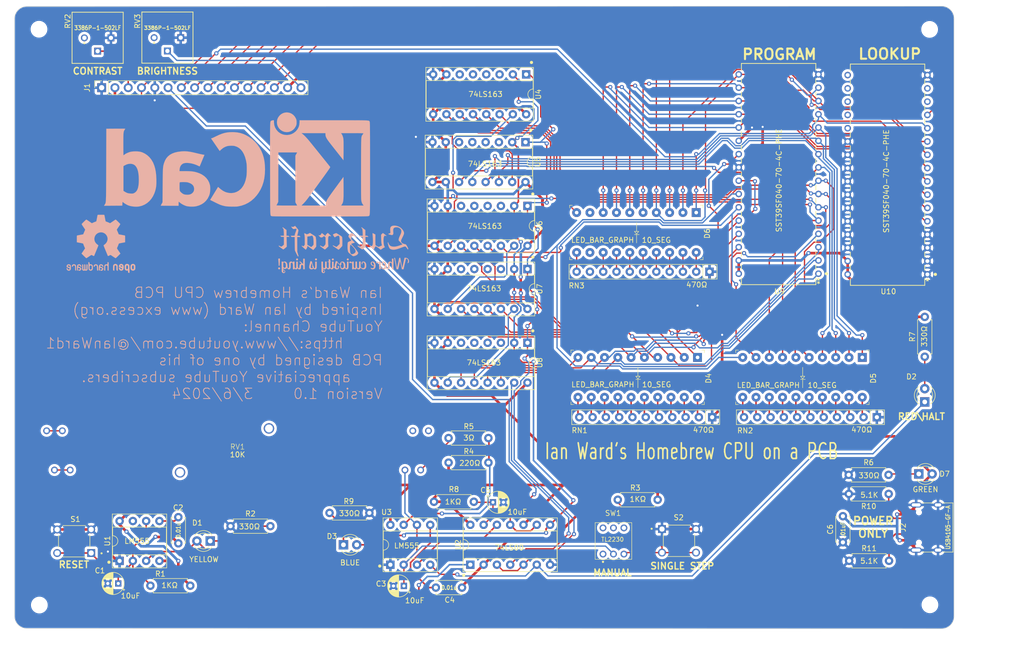
<source format=kicad_pcb>
(kicad_pcb (version 20221018) (generator pcbnew)
  (title_block (title "${project_name}") (date "2024-02-24") (rev "${version}") (company "Lutzcraft"))
  (layers (0 "F.Cu" signal) (31 "B.Cu" power) (34 "B.Paste" user) (35 "F.Paste" user) (36 "B.SilkS" user "B.Silkscreen") (37 "F.SilkS" user "F.Silkscreen") (38 "B.Mask" user) (39 "F.Mask" user) (44 "Edge.Cuts" user))
  (property "project_name" "Ian Ward's Homebrew CPU PCB")
  (property "version" "1.0")
  (net 0 "")
  (net 1 "Net-(U1-THR)")
  (net 2 "GND")
  (net 3 "Net-(U1-CV)")
  (net 4 "+5V")
  (net 5 "Net-(U3-CV)")
  (net 6 "Net-(C5-Pad1)")
  (net 7 "Net-(D1-K)")
  (net 8 "Net-(D1-A)")
  (net 9 "Net-(D2-K)")
  (net 10 "Net-(D2-A)")
  (net 11 "Net-(D3-K)")
  (net 12 "/Clock/CLK")
  (net 13 "Net-(RN1-R10)")
  (net 14 "Net-(RN1-R9)")
  (net 15 "Net-(RN1-R8)")
  (net 16 "Net-(RN1-R7)")
  (net 17 "Net-(RN1-R6)")
  (net 18 "Net-(RN1-R5)")
  (net 19 "Net-(RN1-R4)")
  (net 20 "Net-(RN1-R3)")
  (net 21 "Net-(RN1-R2)")
  (net 22 "Net-(RN1-R1)")
  (net 23 "Net-(RN2-R10)")
  (net 24 "Net-(RN2-R9)")
  (net 25 "Net-(RN2-R8)")
  (net 26 "Net-(RN2-R7)")
  (net 27 "Net-(RN2-R6)")
  (net 28 "Net-(RN2-R5)")
  (net 29 "Net-(RN2-R4)")
  (net 30 "Net-(RN2-R3)")
  (net 31 "Net-(RN2-R2)")
  (net 32 "Net-(RN2-R1)")
  (net 33 "Net-(U3-DIS)")
  (net 35 "/Clock/~{RST}")
  (net 36 "/LCD Display & Logic/V0")
  (net 37 "Net-(U3-Q)")
  (net 50 "Net-(U7-TC)")
  (net 55 "/LCD Display & Logic/D0")
  (net 56 "/LCD Display & Logic/D1")
  (net 57 "/LCD Display & Logic/D2")
  (net 58 "/LCD Display & Logic/D3")
  (net 59 "/LCD Display & Logic/D4")
  (net 60 "/LCD Display & Logic/D5")
  (net 61 "/LCD Display & Logic/D6")
  (net 62 "/LCD Display & Logic/D7")
  (net 63 "Net-(RN3-R8)")
  (net 64 "Net-(RN3-R7)")
  (net 65 "Net-(RN3-R6)")
  (net 66 "Net-(RN3-R5)")
  (net 67 "Net-(RN3-R4)")
  (net 68 "Net-(RN3-R3)")
  (net 69 "Net-(RN3-R2)")
  (net 70 "Net-(RN3-R1)")
  (net 72 "/Clock/HALT")
  (net 77 "Net-(U4-CET)")
  (net 78 "Net-(U4-TC)")
  (net 79 "Net-(U6-TC)")
  (net 87 "/LCD Display & Logic/RS")
  (net 88 "Net-(RN3-R10)")
  (net 89 "/Clock/~{CLK}")
  (net 90 "Net-(J2-PadA5)")
  (net 94 "Net-(J2-PadB5)")
  (net 98 "Net-(SW1-COM_1)")
  (net 101 "Net-(U8-Q3)")
  (net 104 "unconnected-(RV1-Pad3)")
  (net 107 "Net-(R5-Pad2)")
  (net 108 "/LCD Display & Logic/BLK")
  (net 110 "/Counter & Bar Graph/OUT_10")
  (net 111 "/Counter & Bar Graph/OUT_11")
  (net 112 "/Counter & Bar Graph/OUT_12")
  (net 113 "/Counter & Bar Graph/OUT_13")
  (net 114 "/Counter & Bar Graph/OUT_14")
  (net 115 "/Counter & Bar Graph/OUT_15")
  (net 116 "/Counter & Bar Graph/OUT_16")
  (net 117 "/Counter & Bar Graph/OUT_17")
  (net 118 "/Counter & Bar Graph/OUT_18")
  (net 119 "/Counter & Bar Graph/OUT_00")
  (net 120 "/Counter & Bar Graph/OUT_01")
  (net 121 "/Counter & Bar Graph/OUT_02")
  (net 122 "/Counter & Bar Graph/OUT_03")
  (net 123 "/Counter & Bar Graph/OUT_04")
  (net 124 "/Counter & Bar Graph/OUT_05")
  (net 125 "/Counter & Bar Graph/OUT_06")
  (net 126 "/Counter & Bar Graph/OUT_07")
  (net 127 "/Counter & Bar Graph/OUT_08")
  (net 128 "/Counter & Bar Graph/OUT_09")
  (net 129 "Net-(D7-K)")
  (net 131 "Net-(SW1-NO_1)")
  (net 134 "unconnected-(RV1-Pad6)")
  (footprint "footprints:TL2230EEF140" (layer "F.Cu") (at 154.39 130.43)
    (fp_text reference "SW1")
    (fp_text value "TL2230")
  )
  (footprint "footprints:DIP-16_W7.62mm_Socket" (layer "F.Cu") (at 139.954 90.043 -90)
    (fp_text reference "U8")
    (fp_text value "74LS163")
  )
  (footprint "Resistor_THT:R_Axial_DIN0207_L6.3mm_D2.5mm_P7.62mm_Horizontal" (layer "F.Cu") (at 132.4864 108.2548 180)
    (fp_text reference "R5")
    (fp_text value "3Ω")
  )
  (footprint "footprints:DIP-16_W7.62mm_Socket" (layer "F.Cu") (at 139.954 63.881 -90)
    (fp_text reference "U6")
    (fp_text value "74LS163")
  )
  (footprint "Resistor_THT:R_Axial_DIN0207_L6.3mm_D2.5mm_P7.62mm_Horizontal" (layer "F.Cu") (at 164.84 120.05 180)
    (fp_text reference "R3")
    (fp_text value "1KΩ")
  )
  (footprint "footprints:BOURNE-3386P" (layer "F.Cu") (at 55.245 31.75)
    (fp_text reference "RV2")
    (fp_text value "3386P-1-502LF")
  )
  (footprint "MountingHole:MountingHole_2.7mm_M2.5" (layer "F.Cu") (at 46.64 140.18)
    (fp_text reference "H3")
    (fp_text value "MountingHole")
  )
  (footprint "Resistor_THT:R_Axial_DIN0207_L6.3mm_D2.5mm_P7.62mm_Horizontal" (layer "F.Cu") (at 122.08 120.43)
    (fp_text reference "R8")
    (fp_text value "1KΩ")
  )
  (footprint "footprints:PDIP32_PH_SST_MCH" (layer "F.Cu") (at 216.408 76.962 180)
    (fp_text reference "U10")
    (fp_text value "SST39SF040-70-4C-PHE")
  )
  (footprint "Resistor_THT:R_Axial_DIN0207_L6.3mm_D2.5mm_P7.62mm_Horizontal" (layer "F.Cu") (at 83.185 125.095)
    (fp_text reference "R2")
    (fp_text value "330Ω")
  )
  (footprint "footprints:R_Array_SIP11" (layer "F.Cu") (at 174.752 76.454 180)
    (fp_text reference "RN3")
    (fp_text value "470Ω")
  )
  (footprint "footprints:DIP-14_W7.62mm_Socket" (layer "F.Cu") (at 129.032 132.461 90)
    (fp_text reference "U2")
    (fp_text value "74LS00")
  )
  (footprint "footprints:LED_Bar_Graph_10_SEG" (layer "F.Cu") (at 172.466 92.837 -90)
    (fp_text reference "D4")
    (fp_text value "LED_BAR_GRAPH  10_SEG")
  )
  (footprint "Resistor_THT:R_Axial_DIN0207_L6.3mm_D2.5mm_P7.62mm_Horizontal" (layer "F.Cu") (at 209 118.93 180)
    (fp_text reference "R10")
    (fp_text value "5.1K")
  )
  (footprint "LED_THT:LED_D3.0mm" (layer "F.Cu") (at 79.3 127.935 180)
    (fp_text reference "D1")
    (fp_text value "YELLOW")
  )
  (footprint "footprints:DIP-16_W7.62mm_Socket" (layer "F.Cu") (at 139.7 38.735 -90)
    (fp_text reference "U4")
    (fp_text value "74LS163")
  )
  (footprint "MountingHole:MountingHole_2.7mm_M2.5" (layer "F.Cu") (at 216.89 140.13)
    (fp_text reference "H4")
    (fp_text value "MountingHole")
  )
  (footprint "LED_THT:LED_D3.0mm" (layer "F.Cu") (at 215.9 101.351 90)
    (fp_text reference "D2")
    (fp_text value "RED\\HALT")
  )
  (footprint "Resistor_THT:R_Axial_DIN0207_L6.3mm_D2.5mm_P7.62mm_Horizontal" (layer "F.Cu") (at 201.45 131.72)
    (fp_text reference "R11")
    (fp_text value "5.1K")
  )
  (footprint "footprints:DIP-8_W7.62mm_Socket" (layer "F.Cu") (at 61.976 131.735 90)
    (fp_text reference "U1")
    (fp_text value "LM555")
  )
  (footprint "MountingHole:MountingHole_2.7mm_M2.5" (layer "F.Cu") (at 46.57 30.1)
    (fp_text reference "H1")
    (fp_text value "MountingHole")
  )
  (footprint "Resistor_THT:R_Axial_DIN0207_L6.3mm_D2.5mm_P7.62mm_Horizontal" (layer "F.Cu") (at 215.9 92.71 90)
    (fp_text reference "R7")
    (fp_text value "330Ω")
  )
  (footprint "footprints:DIP-16_W7.62mm_Socket" (layer "F.Cu") (at 139.954 75.946 -90)
    (fp_text reference "U7")
    (fp_text value "74LS163")
  )
  (footprint "footprints:R_Array_SIP11" (layer "F.Cu") (at 206.742 104.267 180)
    (fp_text reference "RN2")
    (fp_text value "470Ω")
  )
  (footprint "Capacitor_THT:CP_Radial_D4.0mm_P2.00mm" (layer "F.Cu") (at 116.332 136.525 180)
    (fp_text reference "C3")
    (fp_text value "10uF")
  )
  (footprint "Resistor_THT:R_Axial_DIN0207_L6.3mm_D2.5mm_P7.62mm_Horizontal" (layer "F.Cu") (at 75.49 136.48 180)
    (fp_text reference "R1")
    (fp_text value "1KΩ")
  )
  (footprint "footprints:SW_1825967-1" (layer "F.Cu") (at 53.3 127.98 180)
    (fp_text reference "S1")
    (fp_text value "RESET")
  )
  (footprint "footprints:LED_Bar_Graph_10_SEG" (layer "F.Cu") (at 203.962 92.837 -90)
    (fp_text reference "D5")
    (fp_text value "LED_BAR_GRAPH  10_SEG")
  )
  (footprint "Capacitor_THT:C_Disc_D4.7mm_W2.5mm_P5.00mm" (layer "F.Cu") (at 73.21 123.38 -90)
    (fp_text reference "C2")
    (fp_text value "0.01u")
  )
  (footprint "Resistor_THT:R_Axial_DIN0207_L6.3mm_D2.5mm_P7.62mm_Horizontal" (layer "F.Cu") (at 201.36 115.29)
    (fp_text reference "R6")
    (fp_text value "330Ω")
  )
  (footprint "Resistor_THT:R_Axial_DIN0207_L6.3mm_D2.5mm_P7.62mm_Horizontal" (layer "F.Cu") (at 124.87 112.95)
    (fp_text reference "R4")
    (fp_text value "220Ω")
  )
  (footprint "Resistor_THT:R_Axial_DIN0207_L6.3mm_D2.5mm_P7.62mm_Horizontal" (layer "F.Cu") (at 109.733 122.565 180)
    (fp_text reference "R9")
    (fp_text value "330Ω")
  )
  (footprint "footprints:LCD_2004_PinSocket_1x16_P2.54mm_Vertical" (layer "F.Cu") (at 58.547 41.275 90)
    (fp_text reference "J1")
    (fp_text value "LCD 2004 Female Header")
  )
  (footprint "Capacitor_THT:C_Disc_D4.7mm_W2.5mm_P5.00mm" (layer "F.Cu") (at 200.2536 123.19 -90)
    (fp_text reference "C6")
    (fp_text value ".01uF")
  )
  (footprint "LED_THT:LED_D3.0mm" (layer "F.Cu") (at 104.775 128.661)
    (fp_text reference "D3")
    (fp_text value "BLUE")
  )
  (footprint "footprints:BOURNE-3386P" (layer "F.Cu") (at 68.58 31.714616)
    (fp_text reference "RV3")
    (fp_text value "3386P-1-502LF")
  )
  (footprint "Capacitor_THT:C_Disc_D4.7mm_W2.5mm_P5.00mm" (layer "F.Cu") (at 122.44 136.84)
    (fp_text reference "C4")
    (fp_text value "0.01u")
  )
  (footprint "LED_THT:LED_D3.0mm" (layer "F.Cu") (at 214.7656 115.1144)
    (fp_text reference "D7")
    (fp_text value "GREEN")
  )
  (footprint "footprints:R_Array_SIP11" (layer "F.Cu") (at 175.26 104.267 180)
    (fp_text reference "RN1")
    (fp_text value "470Ω")
  )
  (footprint "Capacitor_THT:CP_Radial_D4.0mm_P2.00mm" (layer "F.Cu") (at 133.355 120.533)
    (fp_text reference "C5")
    (fp_text value "10uF")
  )
  (footprint "footprints:DIP-8_W7.62mm_Socket" (layer "F.Cu") (at 113.745 132.471 90)
    (fp_text reference "U3")
    (fp_text value "LM555")
  )
  (footprint "footprints:LED_Bar_Graph_10_SEG" (layer "F.Cu") (at 172.212 65.151 -90)
    (fp_text reference "D6")
    (fp_text value "LED_BAR_GRAPH  10_SEG")
  )
  (footprint "MountingHole:MountingHole_2.7mm_M2.5" (layer "F.Cu") (at 216.83 30.13)
    (fp_text reference "H2")
    (fp_text value "MountingHole")
  )
  (footprint "footprints:SW_1825967-1" (layer "F.Cu") (at 168.92 127.9)
    (fp_text reference "S2")
    (fp_text value "SINGLE STEP")
  )
  (footprint "footprints:PDIP32_PH_SST_MCH" (layer "F.Cu") (at 195.58 76.835 180)
    (fp_text reference "U9")
    (fp_text value "SST39SF040-70-4C-PHE")
  )
  (footprint "footprints:USB_C_Receptacle_HRO_TYPE-C-31-M-12" (layer "F.Cu") (at 217.39 125.351 90)
    (fp_text reference "J2")
    (fp_text value "USB4105-GF-A")
  )
  (footprint "footprints:10K_Audio_Slide_Pot" (layer "F.Cu") (at 84.531 110.423)
    (fp_text reference "RV1")
    (fp_text value "10K")
  )
  (footprint "Capacitor_THT:CP_Radial_D4.0mm_P2.00mm" (layer "F.Cu") (at 61.722 136.053 180)
    (fp_text reference "C1")
    (fp_text value "10uF")
  )
  (footprint "footprints:DIP-16_W7.62mm_Socket" (layer "F.Cu") (at 139.573 51.689 -90)
    (fp_text reference "U5")
    (fp_text value "74LS163")
  )
  (footprint "Lutzcraft:Lutzcraft_logo_1125DPI" (layer "B.Cu") (at 104.775 71.755 180)
    (fp_text reference "G***" hide)
    (fp_text value "LOGO" hide)
  )
  (footprint "Symbol:OSHW-Logo2_14.6x12mm_SilkScreen" (layer "B.Cu") (at 58.42 71.12 180)
    (fp_text reference "REF**" hide)
    (fp_text value "OSHW-Logo2_14.6x12mm_SilkScreen" hide)
  )
  (footprint "Symbol:KiCad-Logo_20mm_SilkScreen" (layer "B.Cu") (at 84.455 55.88 180)
    (fp_text reference "REF**" hide)
    (fp_text value "KiCad-Logo_20mm_SilkScreen" hide)
  )
  (gr_arc (start 44.2468 144.6276) (mid 42.594433 143.943167) (end 41.91 142.2908) (stroke (width 0.1)) (layer "Edge.Cuts"))
  (gr_arc (start 41.91 28.0416) (mid 42.612102 26.421779) (end 44.2468 25.755048) (stroke (width 0.1)) (layer "Edge.Cuts"))
  (gr_line (start 41.91 142.2908) (end 41.91 28.0416) (stroke (width 0.1)) (layer "Edge.Cuts"))
  (gr_line (start 219.1512 144.6784) (end 44.2468 144.6276) (stroke (width 0.1)) (layer "Edge.Cuts"))
  (gr_line (start 44.2468 25.755048) (end 219.1512 25.7048) (stroke (width 0.1)) (layer "Edge.Cuts"))
  (gr_arc (start 219.1512 25.7048) (mid 220.803567 26.389233) (end 221.488 28.0416) (stroke (width 0.1)) (layer "Edge.Cuts"))
  (gr_arc (start 221.488 142.3416) (mid 220.803567 143.993967) (end 219.1512 144.6784) (stroke (width 0.1)) (layer "Edge.Cuts"))
  (gr_line (start 221.488 28.0416) (end 221.488 142.3416) (stroke (width 0.1)) (layer "Edge.Cuts"))
  (gr_text "${project_name}\nInspired by Ian Ward (www excess.org)\nYouTube Channel: \n	https://www.youtube.com/@IanWard1\nPCB designed by one of his \n    appreciative YouTube subscribers.\nVersion ${version}     3/6/2024" (at 112.395 100.965) (layer "B.SilkS") (effects (font (size 2 2)) (justify left bottom mirror)))
  (gr_text "POWER\nONLY" (at 206.03 127.38) (layer "F.SilkS") (effects (font (size 1.5 1.5) (thickness 0.3) bold) (justify bottom)))
  (gr_text "PROGRAM" (at 180.8 36.07) (layer "F.SilkS") (effects (font (size 2 2) (thickness 0.4) bold) (justify left bottom)))
  (gr_text "LOOKUP" (at 203 36) (layer "F.SilkS") (effects (font (size 2 2) (thickness 0.4) bold) (justify left bottom)))
  (gr_text "Ian Ward's Homebrew CPU on a PCB" (at 143.07 112.54) (layer "F.SilkS") (effects (font (size 3 2) (thickness 0.3) bold) (justify left bottom)))
  (segment (start 56.55 130.23) (end 56.55 130.321) (width 0.3) (layer "F.Cu") (net 1))
  (segment (start 56.55 130.321) (end 59.488 133.259) (width 0.3) (layer "F.Cu") (net 1))
  (segment (start 59.488 133.259) (end 61.266 133.259) (width 0.3) (layer "F.Cu") (net 1))
  (segment (start 63.298 133.259) (end 64.516 132.041) (width 0.3) (layer "F.Cu") (net 1))
  (segment (start 56.55 130.23) (end 50.05 130.23) (width 0.3) (layer "F.Cu") (net 1))
  (segment (start 67.056 124.115) (end 67.056 126.619) (width 0.3) (layer "F.Cu") (net 1))
  (segment (start 64.516 129.159) (end 64.516 131.735) (width 0.3) (layer "F.Cu") (net 1))
  (segment (start 67.87 136.323) (end 67.87 136.48) (width 0.3) (layer "F.Cu") (net 1))
  (segment (start 61.722 133.715) (end 61.266 133.259) (width 0.3) (layer "F.Cu") (net 1))
  (segment (start 64.516 132.041) (end 64.516 131.735) (width 0.3) (layer "F.Cu") (net 1))
  (segment (start 64.516 131.735) (end 64.516 132.969) (width 0.3) (layer "F.Cu") (net 1))
  (segment (start 64.516 132.969) (end 67.87 136.323) (width 0.3) (layer "F.Cu") (net 1))
  (segment (start 67.056 126.619) (end 64.516 129.159) (width 0.3) (layer "F.Cu") (net 1))
  (segment (start 61.266 133.259) (end 63.298 133.259) (width 0.3) (layer "F.Cu") (net 1))
  (segment (start 61.722 136.307) (end 61.722 133.715) (width 0.3) (layer "F.Cu") (net 1))
  (segment (start 184.912 48.768) (end 184.912 51.943) (width 0.5) (layer "F.Cu") (net 2))
  (segment (start 174.752 80.645) (end 172.466 82.931) (width 0.5) (layer "F.Cu") (net 2))
  (segment (start 68.707 41.275) (end 68.707 43.673) (width 0.5) (layer "F.Cu") (net 2))
  (segment (start 177.165 88.519) (end 177.165 102.362) (width 0.5) (layer "F.Cu") (net 2))
  (segment (start 121.793 51.689) (end 119.634 51.689) (width 0.5) (layer "F.Cu") (net 2))
  (segment (start 68.707 43.673) (end 68.69 43.69) (width 0.5) (layer "F.Cu") (net 2))
  (segment (start 214.26 121.186) (end 213.345 122.101) (width 0.5) (layer "F.Cu") (net 2))
  (segment (start 184.912 51.943) (end 180.34 56.515) (width 0.5) (layer "F.Cu") (net 2))
  (segment (start 61.52 131.735) (end 59.742 129.957) (width 0.5) (layer "F.Cu") (net 2))
  (segment (start 177.165 102.362) (end 175.26 104.267) (width 0.5) (layer "F.Cu") (net 2))
  (segment (start 61.976 131.735) (end 61.52 131.735) (width 0.5) (layer "F.Cu") (net 2))
  (segment (start 214.26 121.031) (end 214.26 121.186) (width 0.5) (layer "F.Cu") (net 2))
  (segment (start 119.634 51.689) (end 118.618 50.673) (width 0.5) (layer "F.Cu") (net 2))
  (segment (start 56.55 125.73) (end 50.05 125.73) (width 0.5) (layer "F.Cu") (net 2))
  (segment (start 214.26 129.516) (end 213.345 128.601) (width 0.5) (layer "F.Cu") (net 2))
  (segment (start 165.67 125.65) (end 172.17 125.65) (width 0.5) (layer "F.Cu") (net 2))
  (segment (start 174.752 76.454) (end 174.752 80.645) (width 0.5) (layer "F.Cu") (net 2))
  (segment (start 182.88 48.895) (end 180.34 51.435) (width 0.5) (layer "F.Cu") (net 2))
  (segment (start 214.26 129.671) (end 214.26 129.516) (width 0.5) (layer "F.Cu") (net 2))
  (via (at 172.466 82.931) (size 0.8) (drill 0.4) (layers "F.Cu" "B.Cu") (net 2))
  (via (at 118.618 50.673) (size 0.8) (drill 0.4) (layers "F.Cu" "B.Cu") (net 2))
  (via (at 177.165 88.519) (size 0.8) (drill 0.4) (layers "F.Cu" "B.Cu") (net 2))
  (via (at 182.88 48.895) (size 0.8) (drill 0.4) (layers "F.Cu" "B.Cu") (net 2))
  (via (at 68.69 43.69) (size 0.8) (drill 0.4) (layers "F.Cu" "B.Cu") (net 2))
  (via (at 184.912 48.768) (size 0.8) (drill 0.4) (layers "F.Cu" "B.Cu") (net 2))
  (via (at 59.742 129.957) (size 0.8) (drill 0.4) (layers "F.Cu" "B.Cu") (net 2))
  (segment (start 172.466 83.82) (end 177.165 88.519) (width 0.5) (layer "B.Cu") (net 2))
  (segment (start 172.466 82.931) (end 172.466 83.82) (width 0.5) (layer "B.Cu") (net 2))
  (segment (start 72.475 124.115) (end 73.21 123.38) (width 0.3) (layer "F.Cu") (net 3))
  (segment (start 69.596 124.115) (end 72.475 124.115) (width 0.3) (layer "F.Cu") (net 3))
  (segment (start 73.204 131.735) (end 73.204 132.647) (width 0.5) (layer "F.Cu") (net 4))
  (segment (start 124.6378 100.1268) (end 122.174 97.663) (width 0.5) (layer "F.Cu") (net 4))
  (segment (start 180.34 74.295) (end 180.34 76.835) (width 0.5) (layer "F.Cu") (net 4))
  (segment (start 211.1248 127.801) (end 213.345 127.801) (width 0.5) (layer "F.Cu") (net 4))
  (segment (start 186.573 107.94) (end 177.292 117.221) (width 0.5) (layer "F.Cu") (net 4))
  (segment (start 123.17 45.105) (end 138.45 45.105) (width 0.5) (layer "F.Cu") (net 4))
  (segment (start 215.9 85.09) (end 208.915 85.09) (width 0.5) (layer "F.Cu") (net 4))
  (segment (start 100.203 35.179) (end 94.107 41.275) (width 0.5) (layer "F.Cu") (net 4))
  (segment (start 155.194 117.221) (end 166.37 117.221) (width 0.5) (layer "F.Cu") (net 4))
  (segment (start 212.46 117.37) (end 215.05 117.37) (width 0.5) (layer "F.Cu") (net 4))
  (segment (start 61.976 124.115) (end 61.976 124.825) (width 0.5) (layer "F.Cu") (net 4))
  (segment (start 124.621 120.43) (end 129.032 124.841) (width 0.5) (layer "F.Cu") (net 4))
  (segment (start 61.087 41.275) (end 61.087 45.085) (width 0.5) (layer "F.Cu") (net 4))
  (segment (start 123.424 82.316) (end 138.704 82.316) (width 0.5) (layer "F.Cu") (net 4))
  (segment (start 142.787 63.598082) (end 142.875 63.686082) (width 0.5) (layer "F.Cu") (net 4))
  (segment (start 124.87 116.938) (end 124.587 117.221) (width 0.5) (layer "F.Cu") (net 4))
  (segment (start 122.174 78.486) (end 124.714 75.946) (width 0.5) (layer "F.Cu") (net 4))
  (segment (start 124.587 117.221) (end 126.111 117.221) (width 0.5) (layer "F.Cu") (net 4))
  (segment (start 72.644 133.207) (end 72.644 133.634) (width 0.5) (layer "F.Cu") (net 4))
  (segment (start 211.02 121.993) (end 211.02 118.81) (width 0.5) (layer "F.Cu") (net 4))
  (segment (start 68.87 117.221) (end 124.587 117.221) (width 0.5) (layer "F.Cu") (net 4))
  (segment (start 142.875 62.611) (end 142.875 62.805918) (width 0.5) (layer "F.Cu") (net 4))
  (segment (start 146.812 117.221) (end 155.194 117.221) (width 0.5) (layer "F.Cu") (net 4))
  (segment (start 164.84 120.05) (end 164.84 118.751) (width 0.5) (layer "F.Cu") (net 4))
  (segment (start 208.915 85.09) (end 208.915 105.045) (width 0.5) (layer "F.Cu") (net 4))
  (segment (start 135.2804 102.3112) (end 133.096 100.1268) (width 0.5) (layer "F.Cu") (net 4))
  (segment (start 164.84 118.751) (end 166.37 117.221) (width 0.5) (layer "F.Cu") (net 4))
  (segment (start 210.1312 107.94) (end 206.02 107.94) (width 0.5) (layer "F.Cu") (net 4))
  (segment (start 117.602 117.221) (end 118.745 117.221) (width 0.5) (layer "F.Cu") (net 4))
  (segment (start 201.168 77.343) (end 208.915 85.09) (width 0.5) (layer "F.Cu") (net 4))
  (segment (start 142.787 62.893918) (end 142.787 63.598082) (width 0.5) (layer "F.Cu") (net 4))
  (segment (start 211.878 122.851) (end 211.02 121.993) (width 0.5) (layer "F.Cu") (net 4))
  (segment (start 121.92 41.275) (end 121.92 46.355) (width 0.5) (layer "F.Cu") (net 4))
  (segment (start 213.345 122.901) (end 211.928 122.901) (width 0.5) (layer "F.Cu") (net 4))
  (segment (start 135.3058 102.3112) (end 135.2804 102.3112) (width 0.5) (layer "F.Cu") (net 4))
  (segment (start 206.02 107.94) (end 186.573 107.94) (width 0.5) (layer "F.Cu") (net 4))
  (segment (start 131.572 132.461) (end 136.398 127.635) (width 0.5) (layer "F.Cu") (net 4))
  (segment (start 68.87 127.163) (end 68.834 127.127) (width 0.5) (layer "F.Cu") (net 4))
  (segment (start 124.46 38.735) (end 120.904 35.179) (width 0.5) (layer "F.Cu") (net 4))
  (segment (start 113.745 121.078) (end 117.602 117.221) (width 0.5) (layer "F.Cu") (net 4))
  (segment (start 124.87 112.95) (end 124.87 116.938) (width 0.5) (layer "F.Cu") (net 4))
  (segment (start 215.05 117.37) (end 217.3056 115.1144) (width 0.5) (layer "F.Cu") (net 4))
  (segment (start 124.333 56.769) (end 121.793 59.309) (width 0.5) (layer "F.Cu") (net 4))
  (segment (start 138.6586 77.4446) (end 138.6586 80.5368) (width 0.5) (layer "F.Cu") (net 4))
  (segment (start 138.704 82.316) (end 139.954 83.566) (width 0.5) (layer "F.Cu") (net 4))
  (segment (start 131.572 132.461) (end 127.44 136.593) (width 0.5) (layer "F.Cu") (net 4))
  (segment (start 87.503 71.501) (end 122.174 71.501) (width 0.5) (layer "F.Cu") (net 4))
  (segment (start 122.174 97.663) (end 122.174 92.583) (width 0.5) (layer "F.Cu") (net 4))
  (segment (start 113.745 124.851) (end 113.745 121.078) (width 0.5) (layer "F.Cu") (net 4))
  (segment (start 177.292 117.221) (end 166.37 117.221) (width 0.5) (layer "F.Cu") (net 4))
  (segment (start 199.644 72.898) (end 201.168 74.422) (width 0.5) (layer "F.Cu") (net 4))
  (segment (start 61.976 124.825) (end 63.298 126.147) (width 0.5) (layer "F.Cu") (net 4))
  (segment (start 147.574 114.6048) (end 135.2804 102.3112) (width 0.5) (layer "F.Cu") (net 4))
  (segment (start 61.087 45.085) (end 87.503 71.501) (width 0.5) (layer "F.Cu") (net 4))
  (segment (start 208.915 105.045) (end 206.02 107.94) (width 0.5) (layer "F.Cu") (net 4))
  (segment (start 142.875 68.58) (end 139.954 71.501) (width 0.5) (layer "F.Cu") (net 4))
  (segment (start 146.558 117.221) (end 146.812 117.221) (width 0.5) (layer "F.Cu") (net 4))
  (segment (start 121.92 46.355) (end 121.92 49.276) (width 0.5) (layer "F.Cu") (net 4))
  (segment (start 127.44 136.593) (end 127.44 136.84) (width 0.5) (layer "F.Cu") (net 4))
  (segment (start 142.875 63.686082) (end 142.875 68.58) (width 0.5) (layer "F.Cu") (net 4))
  (segment (start 121.92 46.355) (end 123.17 45.105) (width 0.5) (layer "F.Cu") (net 4))
  (segment (start 122.174 83.566) (end 123.424 82.316) (width 0.5) (layer "F.Cu") (net 4))
  (segment (start 193.675 72.898) (end 199.644 72.898) (width 0.5) (layer "F.Cu") (net 4))
  (segment (start 124.714 74.041) (end 122.174 71.501) (width 0.5) (layer "F.Cu") (net 4))
  (segment (start 124.333 51.689) (end 124.333 56.769) (width 0.5) (layer "F.Cu") (net 4))
  (segment (start 138.45 45.105) (end 139.7 46.355) (width 0.5) (layer "F.Cu") (net 4))
  (segment (start 139.573 59.309) (end 142.875 62.611) (width 0.5) (layer "F.Cu") (net 4))
  (segment (start 122.08 120.43) (end 124.621 120.43) (width 0.5) (layer "F.Cu") (net 4))
  (segment (start 124.333 59.309) (end 121.793 59.309) (width 0.5) (layer "F.Cu") (net 4))
  (segment (start 122.08 119.728) (end 124.587 117.221) (width 0.5) (layer "F.Cu") (net 4))
  (segment (start 124.714 75.946) (end 124.714 74.041) (width 0.5) (layer "F.Cu") (net 4))
  (segment (start 124.714 90.043) (end 124.714 86.106) (width 0.5) (layer "F.Cu") (net 4))
  (segment (start 122.174 83.566) (end 122.174 78.486) (width 0.5) (layer "F.Cu") (net 4))
  (segment (start 211.928 122.901) (end 211.878 122.851) (width 0.5) (layer "F.Cu") (net 4))
  (segment (start 144.78 127.635) (end 155.194 117.221) (width 0.5) (layer "F.Cu") (net 4))
  (segment (start 124.714 68.961) (end 122.174 71.501) (width 0.5) (layer "F.Cu") (net 4))
  (segment (start 147.574 117.221) (end 147.574 114.6048) (width 0.5) (layer "F.Cu") (net 4))
  (segment (start 121.92 49.276) (end 124.333 51.689) (width 0.5) (layer "F.Cu") (net 4))
  (segment (start 120.904 35.179) (end 100.203 35.179) (width 0.5) (layer "F.Cu") (net 4))
  (segment (start 139.954 97.663) (end 135.3058 102.3112) (width 0.5) (layer "F.Cu") (net 4))
  (segment (start 138.6586 80.5368) (end 138.684 80.5622) (width 0.5) (layer "F.Cu") (net 4))
  (segment (start 122.08 120.43) (end 122.08 119.728) (width 0.5) (layer "F.Cu") (net 4))
  (segment (start 71.993 127.163) (end 68.87 127.163) (width 0.5) (layer "F.Cu") (net 4))
  (segment (start 139.192 124.841) (end 146.812 117.221) (width 0.5) (layer "F.Cu") (net 4))
  (segment (start 61.976 124.115) (end 68.87 117.221) (width 0.5) (layer "F.Cu") (net 4))
  (segment (start 124.46 38.735) (end 121.92 41.275) (width 0.5) (layer "F.Cu") (net 4))
  (segment (start 136.398 127.635) (end 144.78 127.635) (width 0.5) (layer "F.Cu") (net 4))
  (segment (start 72.644 133.634) (end 75.49 136.48) (width 0.5) (layer "F.Cu") (net 4))
  (segment (start 69.596 131.735) (end 71.172 131.735) (width 0.5) (layer "F.Cu") (net 4))
  (segment (start 210.6168 122.851) (end 211.878 122.851) (width 0.5) (layer "F.Cu") (net 4))
  (segment (start 73.204 132.647) (end 72.644 133.207) (width 0.5) (layer "F.Cu") (net 4))
  (segment (start 122.174 92.583) (end 124.714 90.043) (width 0.5) (layer "F.Cu") (net 4))
  (segment (start 71.172 131.735) (end 72.644 133.207) (width 0.5) (layer "F.Cu") (net 4))
  (segment (start 124.714 86.106) (end 122.174 83.566) (width 0.5) (layer "F.Cu") (net 4))
  (segment (start 73.21 128.38) (end 71.993 127.163) (width 0.5) (layer "F.Cu") (net 4))
  (segment (start 133.096 100.1268) (end 124.6378 100.1268) (width 0.5) (layer "F.Cu") (net 4))
  (segment (start 201.168 74.422) (end 201.168 77.343) (width 0.5) (layer "F.Cu") (net 4))
  (segment (start 126.111 117.221) (end 146.558 117.221) (width 0.5) (layer "F.Cu") (net 4))
  (segment (start 124.714 63.881) (end 124.714 68.961) (width 0.5) (layer "F.Cu") (net 4))
  (segment (start 217.3056 115.1144) (end 210.1312 107.94) (width 0.5) (layer "F.Cu") (net 4))
  (segment (start 142.875 62.805918) (end 142.787 62.893918) (width 0.5) (layer "F.Cu") (net 4))
  (segment (start 211.02 118.81) (end 212.46 117.37) (width 0.5) (layer "F.Cu") (net 4))
  (via (at 210.6168 122.851) (size 0.8) (drill 0.4) (layers "F.Cu" "B.Cu") (net 4))
  (via (at 73.204 131.735) (size 0.8) (drill 0.4) (layers "F.Cu" "B.Cu") (net 4))
  (via (at 193.675 72.898) (size 0.8) (drill 0.4) (layers "F.Cu" "B.Cu") (net 4))
  (via (at 63.298 126.147) (size 0.8) (drill 0.4) (layers "F.Cu" "B.Cu") (net 4))
  (via (at 138.6586 77.4446) (size 0.8) (drill 0.4) (layers "F.Cu" "B.Cu") (net 4))
  (via (at 68.834 127.127) (size 0.8) (drill 0.4) (layers "F.Cu" "B.Cu") (net 4))
  (via (at 138.684 80.5622) (size 0.8) (drill 0.4) (layers "F.Cu" "B.Cu") (net 4))
  (via (at 211.1248 127.801) (size 0.8) (drill 0.4) (layers "F.Cu" "B.Cu") (net 4))
  (segment (start 210.6168 127.293) (end 210.6168 125.095) (width 0.5) (layer "B.Cu") (net 4))
  (segment (start 63.298 126.147) (end 66.092 128.941) (width 0.5) (layer "B.Cu") (net 4))
  (segment (start 70.41 128.941) (end 73.204 131.735) (width 0.5) (layer "B.Cu") (net 4))
  (segment (start 138.684 80.5622) (end 138.684 82.296) (width 0.5) (layer "B.Cu") (net 4))
  (segment (start 124.714 59.69) (end 124.333 59.309) (width 0.5) (layer "B.Cu") (net 4))
  (segment (start 139.573 59.309) (end 137.287 61.595) (width 0.5) (layer "B.Cu") (net 4))
  (segment (start 211.1248 127.801) (end 210.6168 127.293) (width 0.5) (layer "B.Cu") (net 4))
  (segment (start 139.954 71.501) (end 138.684 72.771) (width 0.5) (layer "B.Cu") (net 4))
  (segment (start 192.278 74.295) (end 193.675 72.898) (width 0.5) (layer "B.Cu") (net 4))
  (segment (start 66.548 128.941) (end 69.648 128.941) (width 0.5) (layer "B.Cu") (net 4))
  (segment (start 138.684 82.296) (end 139.954 83.566) (width 0.5) (layer "B.Cu") (net 4))
  (segment (start 69.648 128.941) (end 70.41 128.941) (width 0.5) (layer "B.Cu") (net 4))
  (segment (start 180.34 74.295) (end 192.278 74.295) (width 0.5) (layer "B.Cu") (net 4))
  (segment (start 124.714 63.881) (end 124.714 59.69) (width 0.5) (layer "B.Cu") (net 4))
  (segment (start 68.834 127.127) (end 67.02 128.941) (width 0.5) (layer "B.Cu") (net 4))
  (segment (start 139.7 71.247) (end 139.954 71.501) (width 0.5) (layer "B.Cu") (net 4))
  (segment (start 67.02 128.941) (end 66.548 128.941) (width 0.5) (layer "B.Cu") (net 4))
  (segment (start 126.542582 61.595) (end 125.780582 60.833) (width 0.5) (layer "B.Cu") (net 4))
  (segment (start 210.6168 125.095) (end 210.6168 122.851) (width 0.5) (layer "B.Cu") (net 4))
  (segment (start 138.684 77.4192) (end 138.6586 77.4446) (width 0.5) (layer "B.Cu") (net 4))
  (segment (start 66.092 128.941) (end 66.548 128.941) (width 0.5) (layer "B.Cu") (net 4))
  (segment (start 138.684 72.771) (end 138.684 77.4192) (width 0.5) (layer "B.Cu") (net 4))
  (segment (start 137.287 61.595) (end 126.542582 61.595) (width 0.5) (layer "B.Cu") (net 4))
  (segment (start 202.1586 125.095) (end 210.6168 125.095) (width 0.5) (layer "B.Cu") (net 4))
  (segment (start 200.2536 123.19) (end 202.1586 125.095) (width 0.5) (layer "B.Cu") (net 4))
  (segment (start 125.780582 60.833) (end 124.714 60.833) (width 0.5) (layer "B.Cu") (net 4))
  (segment (start 120.965 136.84) (end 117.602 133.477) (width 0.3) (layer "F.Cu") (net 5))
  (segment (start 121.417 124.799) (end 121.365 124.851) (width 0.3) (layer "F.Cu") (net 5))
  (segment (start 121.365 128.304654) (end 121.365 124.851) (width 0.3) (layer "F.Cu") (net 5))
  (segment (start 117.602 132.067654) (end 121.365 128.304654) (width 0.3) (layer "F.Cu") (net 5))
  (segment (start 122.44 136.84) (end 120.965 136.84) (width 0.3) (layer "F.Cu") (net 5))
  (segment (start 117.602 133.477) (end 117.602 132.067654) (width 0.3) (layer "F.Cu") (net 5))
  (segment (start 129.803 120.533) (end 129.7 120.43) (width 0.25) (layer "F.Cu") (net 6))
  (segment (start 133.355 120.533) (end 129.803 120.533) (width 0.25) (layer "F.Cu") (net 6))
  (segment (start 133.355 123.058) (end 131.572 124.841) (width 0.25) (layer "F.Cu") (net 6))
  (segment (start 133.355 120.533) (end 133.355 123.058) (width 0.25) (layer "F.Cu") (net 6))
  (segment (start 79.31 127.925) (end 86.07 127.925) (width 0.3) (layer "F.Cu") (net 7))
  (segment (start 86.07 127.925) (end 88.9 125.095) (width 0.3) (layer "F.Cu") (net 7))
  (segment (start 79.3 127.935) (end 79.31 127.925) (width 0.3) (layer "F.Cu") (net 7))
  (segment (start 88.9 125.095) (end 90.805 125.095) (width 0.3) (layer "F.Cu") (net 7))
  (segment (start 110.069 139.66) (end 100.584 130.175) (width 0.3) (layer "F.Cu") (net 8))
  (segment (start 68.834 129.957) (end 67.056 131.735) (width 0.3) (layer "F.Cu") (net 8))
  (segment (start 119.19 136.35) (end 119.19 137.46) (width 0.3) (layer "F.Cu") (net 8))
  (segment (start 116.99 139.66) (end 110.069 139.66) (width 0.3) (layer "F.Cu") (net 8))
  (segment (start 119.19 137.46) (end 116.99 139.66) (width 0.3) (layer "F.Cu") (net 8))
  (segment (start 79 130.175) (end 76.76 127.935) (width 0.3) (layer "F.Cu") (net 8))
  (segment (start 100.584 130.175) (end 79 130.175) (width 0.3) (layer "F.Cu") (net 8))
  (segment (start 76.76 127.935) (end 74.738 129.957) (width 0.3) (layer "F.Cu") (net 8))
  (segment (start 74.738 129.957) (end 68.834 129.957) (width 0.3) (layer "F.Cu") (net 8))
  (via (at 119.19 136.35) (size 0.8) (drill 0.4) (layers "F.Cu" "B.Cu") (net 8))
  (segment (start 120.83 134.71) (end 122.8 134.71) (width 0.3) (layer "B.Cu") (net 8))
  (segment (start 119.19 136.35) (end 120.83 134.71) (width 0.3) (layer "B.Cu") (net 8))
  (segment (start 125.049 132.461) (end 129.032 132.461) (width 0.3) (layer "B.Cu") (net 8))
  (segment (start 122.8 134.71) (end 125.049 132.461) (width 0.3) (layer "B.Cu") (net 8))
  (segment (start 123.204 134.31) (end 121.365 132.471) (width 0.25) (layer "F.Cu") (net 9))
  (segment (start 126.52 134.31) (end 123.204 134.31) (width 0.25) (layer "F.Cu") (net 9))
  (segment (start 126.54 134.33) (end 126.52 134.31) (width 0.25) (layer "F.Cu") (net 9))
  (via (at 126.54 134.33) (size 0.8) (drill 0.4) (layers "F.Cu" "B.Cu") (net 9))
  (segment (start 171.45 134.62) (end 194.812004 111.257996) (width 0.25) (layer "B.Cu") (net 9))
  (segment (start 126.83 134.62) (end 139.573 134.62) (width 0.25) (layer "B.Cu") (net 9))
  (segment (start 141.732 132.461) (end 143.891 134.62) (width 0.25) (layer "B.Cu") (net 9))
  (segment (start 139.573 134.62) (end 141.732 132.461) (width 0.25) (layer "B.Cu") (net 9))
  (segment (start 205.993004 111.257996) (end 215.9 101.351) (width 0.25) (layer "B.Cu") (net 9))
  (segment (start 143.891 134.62) (end 171.45 134.62) (width 0.25) (layer "B.Cu") (net 9))
  (segment (start 194.812004 111.257996) (end 205.993004 111.257996) (width 0.25) (layer "B.Cu") (net 9))
  (segment (start 126.54 134.33) (end 126.83 134.62) (width 0.25) (layer "B.Cu") (net 9))
  (segment (start 215.9 92.71) (end 215.9 98.811) (width 0.25) (layer "F.Cu") (net 10))
  (segment (start 104.775 125.227) (end 102.113 122.565) (width 0.3) (layer "F.Cu") (net 11))
  (segment (start 104.775 128.661) (end 104.775 125.227) (width 0.3) (layer "F.Cu") (net 11))
  (segment (start 138.2522 39.878) (end 138.2522 43.9346) (width 0.25) (layer "F.Cu") (net 12))
  (segment (start 112.258 128.661) (end 114.046 126.873) (width 0.3) (layer "F.Cu") (net 12))
  (segment (start 114.046 126.873) (end 116.332 126.873) (width 0.3) (layer "F.Cu") (net 12))
  (segment (start 138.2522 43.9346) (end 138.285 43.9674) (width 0.25) (layer "F.Cu") (net 12))
  (segment (start 137.16 38.735) (end 137.16 38.7858) (width 0.25) (layer "F.Cu") (net 12))
  (segment (start 137.414 75.946) (end 137.414 80.4418) (width 0.3) (layer "F.Cu") (net 12))
  (segment (start 138.213999 52.869999) (end 137.033 51.689) (width 0.3) (layer "F.Cu") (net 12))
  (segment (start 148.717 120.396) (end 148.717 120.142) (width 0.3) (layer "F.Cu") (net 12))
  (segment (start 137.414 63.881) (end 138.213999 63.081001) (width 0.3) (layer "F.Cu") (net 12))
  (segment (start 107.315 128.661) (end 112.258 128.661) (width 0.3) (layer "F.Cu") (net 12))
  (segment (start 137.16 38.7858) (end 138.2522 39.878) (width 0.25) (layer "F.Cu") (net 12))
  (segment (start 138.684 70.739) (end 137.414 69.469) (width 0.3) (layer "F.Cu") (net 12))
  (segment (start 144.272 124.841) (end 148.717 120.396) (width 0.3) (layer "F.Cu") (net 12))
  (segment (start 137.832 50.89) (end 137.033 51.689) (width 0.25) (layer "F.Cu") (net 12))
  (segment (start 141.104 93.6576) (end 140.9594 93.8022) (width 0.3) (layer "F.Cu") (net 12))
  (segment (start 140.9594 93.8022) (end 138.9888 93.8022) (width 0.3) (layer "F.Cu") (net 12))
  (segment (start 138.9888 93.8022) (end 137.414 92.2274) (width 0.3) (layer "F.Cu") (net 12))
  (segment (start 138.01 50.89) (end 137.832 50.89) (width 0.25) (layer "F.Cu") (net 12))
  (segment (start 143.51 125.603) (end 144.272 124.841) (width 0.3) (layer "F.Cu") (net 12))
  (segment (start 137.414 92.2274) (end 137.414 90.043) (width 0.3) (layer "F.Cu") (net 12))
  (segment (start 138.213999 63.081001) (end 138.213999 52.869999) (width 0.3) (layer "F.Cu") (net 12))
  (segment (start 137.414 69.469) (end 137.414 63.881) (width 0.3) (layer "F.Cu") (net 12))
  (segment (start 143.51 126.365) (end 143.51 125.603) (width 0.3) (layer "F.Cu") (net 12))
  (via (at 141.104 93.6576) (size 0.8) (drill 0.4) (layers "F.Cu" "B.Cu") (net 12))
  (via (at 138.01 50.89) (size 0.8) (drill 0.4) (layers "F.Cu" "B.Cu") (net 12))
  (via (at 137.414 80.4418) (size 0.8) (drill 0.4) (layers "F.Cu" "B.Cu") (net 12))
  (via (at 148.717 120.142) (size 0.8) (drill 0.4) (layers "F.Cu" "B.Cu") (net 12))
  (via (at 116.332 126.873) (size 0.8) (drill 0.4) (layers "F.Cu" "B.Cu") (net 12))
  (via (at 138.684 70.739) (size 0.8) (drill 0.4) (layers "F.Cu" "B.Cu") (net 12))
  (via (at 143.51 126.365) (size 0.8) (drill 0.4) (layers "F.Cu" "B.Cu") (net 12))
  (via (at 138.285 43.9674) (size 0.8) (drill 0.4) (layers "F.Cu" "B.Cu") (net 12))
  (segment (start 138.684 83.922346) (end 138.684 83.209654) (width 0.3) (layer "B.Cu") (net 12))
  (segment (start 116.332 126.873) (end 116.7384 126.4666) (width 0.3) (layer "B.Cu") (net 12))
  (segment (start 141.95 47.56) (end 141.95 45.02) (width 0.25) (layer "B.Cu") (net 12))
  (segment (start 116.7384 126.4666) (end 143.4084 126.4666) (width 0.3) (layer "B.Cu") (net 12))
  (segment (start 137.414 85.1662) (end 137.8642 84.716) (width 0.3) (layer "B.Cu") (net 12))
  (segment (start 137.414 75.946) (end 137.414 73.192472) (width 0.3) (layer "B.Cu") (net 12))
  (segment (start 137.414 81.939654) (end 137.414 80.4418) (width 0.3) (layer "B.Cu") (net 12))
  (segment (start 138.336 50.564) (end 138.946 50.564) (width 0.25) (layer "B.Cu") (net 12))
  (segment (start 138.684 83.209654) (end 137.414 81.939654) (width 0.3) (layer "B.Cu") (net 12))
  (segment (start 138.684 71.922472) (end 138.684 70.739) (width 0.3) (layer "B.Cu") (net 12))
  (segment (start 137.414 73.192472) (end 138.684 71.922472) (width 0.3) (layer "B.Cu") (net 12))
  (segment (start 141.95 45.02) (end 140.8974 43.9674) (width 0.25) (layer "B.Cu") (net 12))
  (segment (start 137.890346 84.716) (end 138.684 83.922346) (width 0.3) (layer "B.Cu") (net 12))
  (segment (start 141.104 112.529) (end 148.717 120.142) (width 0.3) (layer "B.Cu") (net 12))
  (segment (start 140.8974 43.9674) (end 138.285 43.9674) (width 0.25) (layer "B.Cu") (net 12))
  (segment (start 137.414 90.043) (end 137.414 85.1662) (width 0.3) (layer "B.Cu") (net 12))
  (segment (start 143.4084 126.4666) (end 143.51 126.365) (width 0.3) (layer "B.Cu") (net 12))
  (segment (start 138.01 50.89) (end 138.336 50.564) (width 0.25) (layer "B.Cu") (net 12))
  (segment (start 138.946 50.564) (end 141.95 47.56) (width 0.25) (layer "B.Cu") (net 12))
  (segment (start 141.104 93.6576) (end 141.104 112.529) (width 0.3) (layer "B.Cu") (net 12))
  (segment (start 137.8642 84.716) (end 137.890346 84.716) (width 0.3) (layer "B.Cu") (net 12))
  (segment (start 149.606 100.457) (end 149.606 104.013) (width 0.3) (layer "F.Cu") (net 13))
  (segment (start 149.606 104.013) (end 149.86 104.267) (width 0.3) (layer "F.Cu") (net 13))
  (segment (start 152.146 104.013) (end 152.4 104.267) (width 0.3) (layer "F.Cu") (net 14))
  (segment (start 152.146 100.457) (end 152.146 104.013) (width 0.3) (layer "F.Cu") (net 14))
  (segment (start 154.686 100.457) (end 154.686 104.013) (width 0.3) (layer "F.Cu") (net 15))
  (segment (start 154.686 104.013) (end 154.94 104.267) (width 0.3) (layer "F.Cu") (net 15))
  (segment (start 157.226 100.457) (end 157.226 104.013) (width 0.3) (layer "F.Cu") (net 16))
  (segment (start 157.226 104.013) (end 157.48 104.267) (width 0.3) (layer "F.Cu") (net 16))
  (segment (start 159.766 104.013) (end 160.02 104.267) (width 0.3) (layer "F.Cu") (net 17))
  (segment (start 159.766 100.457) (end 159.766 104.013) (width 0.3) (layer "F.Cu") (net 17))
  (segment (start 162.306 104.013) (end 162.56 104.267) (width 0.3) (layer "F.Cu") (net 18))
  (segment (start 162.306 100.457) (end 162.306 104.013) (width 0.3) (layer "F.Cu") (net 18))
  (segment (start 164.846 100.457) (end 164.846 104.013) (width 0.3) (layer "F.Cu") (net 19))
  (segment (start 164.846 104.013) (end 165.1 104.267) (width 0.3) (layer "F.Cu") (net 19))
  (segment (start 167.386 104.013) (end 167.64 104.267) (width 0.3) (layer "F.Cu") (net 20))
  (segment (start 167.386 100.457) (end 167.386 104.013) (width 0.3) (layer "F.Cu") (net 20))
  (segment (start 169.926 100.457) (end 169.926 104.013) (width 0.3) (layer "F.Cu") (net 21))
  (segment (start 169.926 104.013) (end 170.18 104.267) (width 0.3) (layer "F.Cu") (net 21))
  (segment (start 172.466 104.013) (end 172.72 104.267) (width 0.3) (layer "F.Cu") (net 22))
  (segment (start 172.466 100.457) (end 172.466 104.013) (width 0.3) (layer "F.Cu") (net 22))
  (segment (start 181.102 103.968) (end 181.401 104.267) (width 0.3) (layer "F.Cu") (net 23))
  (segment (start 181.102 100.487) (end 181.102 103.968) (width 0.3) (layer "F.Cu") (net 23))
  (segment (start 183.642 100.487) (end 183.642 103.968) (width 0.3) (layer "F.Cu") (net 24))
  (segment (start 183.642 103.968) (end 183.941 104.267) (width 0.3) (layer "F.Cu") (net 24))
  (segment (start 186.182 100.487) (end 186.182 103.968) (width 0.3) (layer "F.Cu") (net 25))
  (segment (start 186.182 103.968) (end 186.481 104.267) (width 0.3) (layer "F.Cu") (net 25))
  (segment (start 188.722 100.487) (end 188.722 103.968) (width 0.3) (layer "F.Cu") (net 26))
  (segment (start 188.722 103.968) (end 189.021 104.267) (width 0.3) (layer "F.Cu") (net 26))
  (segment (start 191.262 103.968) (end 191.561 104.267) (width 0.3) (layer "F.Cu") (net 27))
  (segment (start 191.262 100.487) (end 191.262 103.968) (width 0.3) (layer "F.Cu") (net 27))
  (segment (start 193.802 103.968) (end 194.101 104.267) (width 0.3) (layer "F.Cu") (net 28))
  (segment (start 193.802 100.487) (end 193.802 103.968) (width 0.3) (layer "F.Cu") (net 28))
  (segment (start 196.342 100.487) (end 196.342 103.968) (width 0.3) (layer "F.Cu") (net 29))
  (segment (start 196.342 103.968) (end 196.641 104.267) (width 0.3) (layer "F.Cu") (net 29))
  (segment (start 198.882 100.487) (end 198.882 103.968) (width 0.3) (layer "F.Cu") (net 30))
  (segment (start 198.882 103.968) (end 199.181 104.267) (width 0.3) (layer "F.Cu") (net 30))
  (segment (start 201.422 103.968) (end 201.721 104.267) (width 0.3) (layer "F.Cu") (net 31))
  (segment (start 201.422 100.487) (end 201.422 103.968) (width 0.3) (layer "F.Cu") (net 31))
  (segment (start 203.962 103.968) (end 204.261 104.267) (width 0.3) (layer "F.Cu") (net 32))
  (segment (start 203.962 100.487) (end 203.962 103.968) (width 0.3) (layer "F.Cu") (net 32))
  (segment (start 132.588 112.678) (end 132.7368 112.8268) (width 0.3) (layer "F.Cu") (net 33))
  (segment (start 132.7368 112.8268) (end 132.7404 112.8268) (width 0.3) (layer "F.Cu") (net 33))
  (segment (start 132.588 108.3564) (end 132.588 112.678) (width 0.3) (layer "F.Cu") (net 33))
  (segment (start 132.4864 108.2548) (end 132.588 108.3564) (width 0.3) (layer "F.Cu") (net 33))
  (segment (start 118.454 122.682) (end 116.285 124.851) (width 0.3) (layer "F.Cu") (net 33))
  (segment (start 123.6 122.682) (end 118.454 122.682) (width 0.3) (layer "F.Cu") (net 33))
  (via (at 123.6 122.682) (size 0.8) (drill 0.4) (layers "F.Cu" "B.Cu") (net 33))
  (segment (start 132.7404 112.8304) (end 132.73 112.82) (width 0.3) (layer "B.Cu") (net 33))
  (segment (start 123.6 122.682) (end 130.81 122.682) (width 0.3) (layer "B.Cu") (net 33))
  (segment (start 130.81 122.682) (end 132.405 121.087) (width 0.3) (layer "B.Cu") (net 33))
  (segment (start 132.405 121.087) (end 132.405 119.583) (width 0.3) (layer "B.Cu") (net 33))
  (segment (start 132.405 119.583) (end 132.7404 119.2476) (width 0.3) (layer "B.Cu") (net 33))
  (segment (start 132.7404 119.2476) (end 132.7404 112.8304) (width 0.3) (layer "B.Cu") (net 33))
  (segment (start 141.804245 84.992755) (end 141.804245 83.646155) (width 0.25) (layer "F.Cu") (net 35))
  (segment (start 143.637 51.943) (end 143.637 63.246) (width 0.25) (layer "F.Cu") (net 35))
  (segment (start 139.192 132.461) (end 141.79 129.863) (width 0.25) (layer "F.Cu") (net 35))
  (segment (start 141.79 129.863) (end 144.976 129.863) (width 0.25) (layer "F.Cu") (net 35))
  (segment (start 144.976 129.863) (end 145.034 129.921) (width 0.25) (layer "F.Cu") (net 35))
  (segment (start 139.954 92.4934) (end 139.954 90.043) (width 0.25) (layer "F.Cu") (net 35))
  (segment (start 145.424305 129.921) (end 148.726305 126.619) (width 0.25) (layer "F.Cu") (net 35))
  (segment (start 138.067 133.586) (end 139.192 132.461) (width 0.25) (layer "F.Cu") (net 35))
  (segment (start 135.237 133.586) (end 138.067 133.586) (width 0.25) (layer "F.Cu") (net 35))
  (segment (start 145.034 129.921) (end 145.424305 129.921) (width 0.25) (layer "F.Cu") (net 35))
  (segment (start 139.954 79.393828) (end 139.954 75.946) (width 0.25) (layer "F.Cu") (net 35))
  (segment (start 140.335 38.735) (end 139.7 38.735) (width 0.25) (layer "F.Cu") (net 35))
  (segment (start 142.4686 46.814802) (end 142.4686 40.8686) (width 0.25) (layer "F.Cu") (net 35))
  (segment (start 139.954 86.843) (end 141.804245 84.992755) (width 0.25) (layer "F.Cu") (net 35))
  (segment (start 139.954 66.421) (end 139.954 63.881) (width 0.25) (layer "F.Cu") (net 35))
  (segment (start 139.3952 93.0522) (end 139.954 92.4934) (width 0.25) (layer "F.Cu") (net 35))
  (segment (start 144.881899 49.228101) (end 142.4686 46.814802) (width 0.25) (layer "F.Cu") (net 35))
  (segment (start 141.892959 68.359959) (end 139.954 66.421) (width 0.25) (layer "F.Cu") (net 35))
  (segment (start 148.726305 126.619) (end 148.844 126.619) (width 0.25) (layer "F.Cu") (net 35))
  (segment (start 142.4686 40.8686) (end 140.335 38.735) (width 0.25) (layer "F.Cu") (net 35))
  (segment (start 134.112 132.461) (end 135.237 133.586) (width 0.25) (layer "F.Cu") (net 35))
  (segment (start 141.122538 80.562366) (end 139.954 79.393828) (width 0.25) (layer "F.Cu") (net 35))
  (via (at 143.637 51.943) (size 0.8) (drill 0.4) (layers "F.Cu" "B.Cu") (net 35))
  (via (at 141.892959 68.359959) (size 0.8) (drill 0.4) (layers "F.Cu" "B.Cu") (net 35))
  (via (at 141.122538 80.562366) (size 0.8) (drill 0.4) (layers "F.Cu" "B.Cu") (net 35))
  (via (at 139.3952 93.0522) (size 0.8) (drill 0.4) (layers "F.Cu" "B.Cu") (net 35))
  (via (at 144.881899 49.228101) (size 0.8) (drill 0.4) (layers "F.Cu" "B.Cu") (net 35))
  (via (at 148.844 126.619) (size 0.8) (drill 0.4) (layers "F.Cu" "B.Cu") (net 35))
  (via (at 139.954 86.843) (size 0.8) (drill 0.4) (layers "F.Cu" "B.Cu") (net 35))
  (via (at 141.804245 83.646155) (size 0.8) (drill 0.4) (layers "F.Cu" "B.Cu") (net 35))
  (via (at 143.637 63.246) (size 0.8) (drill 0.4) (layers "F.Cu" "B.Cu") (net 35))
  (segment (start 141.986 68.453) (end 141.892959 68.359959) (width 0.25) (layer "B.Cu") (net 35))
  (segment (start 143.637 63.246) (end 140.589 63.246) (width 0.25) (layer "B.Cu") (net 35))
  (segment (start 148.844 123.823604) (end 148.844 126.619) (width 0.25) (layer "B.Cu") (net 35))
  (segment (start 138.6586 98.009391) (end 137.414 99.253991) (width 0.25) (layer "B.Cu") (net 35))
  (segment (start 140.208 38.735) (end 139.7 38.735) (width 0.25) (layer "B.Cu") (net 35))
  (segment (start 141.804245 81.244073) (end 141.122538 80.562366) (width 0.25) (layer "B.Cu") (net 35))
  (segment (start 143.637 51.943) (end 143.383 51.689) (width 0.25) (layer "B.Cu") (net 35))
  (segment (start 139.954 90.043) (end 139.954 87.122) (width 0.25) (layer "B.Cu") (net 35))
  (segment (start 142.4686 51.6414) (end 142.4686 51.689) (width 0.25) (layer "B.Cu") (net 35))
  (segment (start 142.4686 51.689) (end 139.573 51.689) (width 0.25) (layer "B.Cu") (net 35))
  (segment (start 137.414 99.253991) (end 137.414 112.393604) (width 0.25) (layer "B.Cu") (net 35))
  (segment (start 140.462 63.881) (end 139.954 63.881) (width 0.25) (layer "B.Cu") (net 35))
  (segment (start 141.986 72.009) (end 141.986 68.453) (width 0.25) (layer "B.Cu") (net 35))
  (segment (start 137.414 112.393604) (end 148.844 123.823604) (width 0.25) (layer "B.Cu") (net 35))
  (segment (start 144.881899 49.228101) (end 142.4686 51.6414) (width 0.25) (layer "B.Cu") (net 35))
  (segment (start 140.2334 95.7834) (end 138.6586 97.3582) (width 0.25) (layer "B.Cu") (net 35))
  (segment (start 139.954 74.041) (end 141.986 72.009) (width 0.25) (layer "B.Cu") (net 35))
  (segment (start 139.954 87.122) (end 139.954 86.843) (width 0.25) (layer "B.Cu") (net 35))
  (segment (start 139.954 75.946) (end 139.954 74.041) (width 0.25) (layer "B.Cu") (net 35))
  (segment (start 141.804245 83.646155) (end 141.804245 81.244073) (width 0.25) (layer "B.Cu") (net 35))
  (segment (start 140.2334 93.8904) (end 140.2334 95.7834) (width 0.25) (layer "B.Cu") (net 35))
  (segment (start 143.383 51.689) (end 139.573 51.689) (width 0.25) (layer "B.Cu") (net 35))
  (segment (start 138.6586 97.3582) (end 138.6586 98.009391) (width 0.25) (layer "B.Cu") (net 35))
  (segment (start 139.3952 93.0522) (end 140.2334 93.8904) (width 0.25) (layer "B.Cu") (net 35))
  (segment (start 140.589 63.246) (end 139.954 63.881) (width 0.25) (layer "B.Cu") (net 35))
  (segment (start 63.627 38.227) (end 63.627 41.275) (width 0.3) (layer "F.Cu") (net 36))
  (segment (start 59.69 34.29) (end 63.627 38.227) (width 0.3) (layer "F.Cu") (net 36))
  (segment (start 57.785 34.29) (end 59.69 34.29) (width 0.3) (layer "F.Cu") (net 36))
  (segment (start 123.661 127.635) (end 131.318 127.635) (width 0.3) (layer "F.Cu") (net 37))
  (segment (start 118.825 132.471) (end 123.661 127.635) (width 0.3) (layer "F.Cu") (net 37))
  (segment (start 131.318 127.635) (end 134.112 124.841) (width 0.3) (layer "F.Cu") (net 37))
  (segment (start 136.289 90.508991) (end 136.289 84.691) (width 0.25) (layer "B.Cu") (net 50))
  (segment (start 136.289 84.691) (end 137.414 83.566) (width 0.25) (layer "B.Cu") (net 50))
  (segment (start 124.714 97.663) (end 124.714 97.046) (width 0.25) (layer "B.Cu") (net 50))
  (segment (start 130.259991 96.538) (end 136.289 90.508991) (width 0.25) (layer "B.Cu") (net 50))
  (segment (start 125.222 96.538) (end 130.259991 96.538) (width 0.25) (layer "B.Cu") (net 50))
  (segment (start 124.714 97.046) (end 125.222 96.538) (width 0.25) (layer "B.Cu") (net 50))
  (segment (start 172.212 53.975) (end 172.212 60.9173) (width 0.25) (layer "F.Cu") (net 55))
  (segment (start 80.3475 34.7145) (end 73.787 41.275) (width 0.25) (layer "F.Cu") (net 55))
  (segment (start 80.4745 34.7145) (end 80.3475 34.7145) (width 0.25) (layer "F.Cu") (net 55))
  (via (at 172.212 53.975) (size 0.8) (drill 0.4) (layers "F.Cu" "B.Cu") (net 55))
  (via (at 80.4745 34.7145) (size 0.8) (drill 0.4) (layers "F.Cu" "B.Cu") (net 55))
  (via (at 172.212 60.9173) (size 0.8) (drill 0.4) (layers "F.Cu" "B.Cu") (net 55))
  (segment (start 194.47 48.45) (end 195.58 47.34) (width 0.25) (layer "B.Cu") (net 55))
  (segment (start 172.212 60.9173) (end 172.212 65.151) (width 0.25) (layer "B.Cu") (net 55))
  (segment (start 172.72 53.975) (end 176.657 50.038) (width 0.25) (layer "B.Cu") (net 55))
  (segment (start 172.212 53.975) (end 172.72 53.975) (width 0.25) (layer "B.Cu") (net 55))
  (segment (start 166.243 54.483) (end 171.958 54.483) (width 0.25) (layer "B.Cu") (net 55))
  (segment (start 80.4745 34.7145) (end 81.28 33.909) (width 0.25) (layer "B.Cu") (net 55))
  (segment (start 215.4174 48.0314) (end 216.408 49.022) (width 0.25) (layer "B.Cu") (net 55))
  (segment (start 145.669 33.909) (end 166.243 54.483) (width 0.25) (layer "B.Cu") (net 55))
  (segment (start 193.800604 50.038) (end 194.47 49.368604) (width 0.25) (layer "B.Cu") (net 55))
  (segment (start 195.58 46.355) (end 197.2564 48.0314) (width 0.25) (layer "B.Cu") (net 55))
  (segment (start 176.657 50.038) (end 193.800604 50.038) (width 0.25) (layer "B.Cu") (net 55))
  (segment (start 194.47 49.368604) (end 194.47 48.45) (width 0.25) (layer "B.Cu") (net 55))
  (segment (start 195.58 47.34) (end 195.58 46.355) (width 0.25) (layer "B.Cu") (net 55))
  (segment (start 171.958 54.483) (end 172.212 54.229) (width 0.25) (layer "B.Cu") (net 55))
  (segment (start 81.28 33.909) (end 145.669 33.909) (width 0.25) (layer "B.Cu") (net 55))
  (segment (start 197.2564 48.0314) (end 215.4174 48.0314) (width 0.25) (layer "B.Cu") (net 55))
  (segment (start 172.212 54.229) (end 172.212 53.975) (width 0.25) (layer "B.Cu") (net 55))
  (segment (start 208.0306 44.9906) (end 214.602 51.562) (width 0.25) (layer "F.Cu") (net 56))
  (segment (start 195.58 43.815) (end 196.7556 44.9906) (width 0.25) (layer "F.Cu") (net 56))
  (segment (start 167.825 29.649) (end 156.491792 29.649) (width 0.25) (layer "F.Cu") (net 56))
  (segment (start 194.7418 43.815) (end 195.58 43.815) (width 0.25) (layer "F.Cu") (net 56))
  (segment (start 169.672 60.9173) (end 169.672 48.063315) (width 0.25) (layer "F.Cu") (net 56))
  (segment (start 196.7556 44.9906) (end 208.0306 44.9906) (width 0.25) (layer "F.Cu") (net 56))
  (segment (start 191.2372 41.7576) (end 192.6844 41.7576) (width 0.25) (layer "F.Cu") (net 56))
  (segment (start 195.58 43.815) (end 186.7916 35.0266) (width 0.25) (layer "F.Cu") (net 56))
  (segment (start 179.947615 37.7877) (end 187.2673 37.7877) (width 0.25) (layer "F.Cu") (net 56))
  (segment (start 187.2673 37.7877) (end 191.2372 41.7576) (width 0.25) (layer "F.Cu") (net 56))
  (segment (start 186.7916 35.0266) (end 173.2026 35.0266) (width 0.25) (layer "F.Cu") (net 56))
  (segment (start 155.936792 30.204) (end 87.398 30.204) (width 0.25) (layer "F.Cu") (net 56))
  (segment (start 192.6844 41.7576) (end 194.7418 43.815) (width 0.25) (layer "F.Cu") (net 56))
  (segment (start 214.602 51.562) (end 216.408 51.562) (width 0.25) (layer "F.Cu") (net 56))
  (segment (start 156.491792 29.649) (end 155.936792 30.204) (width 0.25) (layer "F.Cu") (net 56))
  (segment (start 169.672 48.063315) (end 179.947615 37.7877) (width 0.25) (layer "F.Cu") (net 56))
  (segment (start 173.2026 35.0266) (end 167.825 29.649) (width 0.25) (layer "F.Cu") (net 56))
  (segment (start 87.398 30.204) (end 75.917 41.685) (width 0.25) (layer "F.Cu") (net 56))
  (via (at 169.672 60.9173) (size 0.8) (drill 0.4) (layers "F.Cu" "B.Cu") (net 56))
  (segment (start 169.672 60.9173) (end 169.672 65.151) (width 0.25) (layer "B.Cu") (net 56))
  (segment (start 216.408 51.562) (end 216.027 51.562) (width 0.25) (layer "B.Cu") (net 56))
  (segment (start 167.132 30.099) (end 166.421 30.81) (width 0.25) (layer "F.Cu") (net 57))
  (segment (start 207.7466 45.4406) (end 216.408 54.102) (width 0.25) (layer "F.Cu") (net 57))
  (segment (start 195.865915 45.4406) (end 207.7466 45.4406) (width 0.25) (layer "F.Cu") (net 57))
  (segment (start 194.280743 44.539012) (end 194.964327 44.539012) (width 0.25) (layer "F.Cu") (net 57))
  (segment (start 190.495347 39.755653) (end 186.426694 35.687) (width 0.25) (layer "F.Cu") (net 57))
  (segment (start 89.488 30.654) (end 78.457 41.685) (width 0.25) (layer "F.Cu") (net 57))
  (segment (start 166.421 30.81) (end 155.906396 30.81) (width 0.25) (layer "F.Cu") (net 57))
  (segment (start 167.132 40.386) (end 167.132 30.099) (width 0.25) (layer "F.Cu") (net 57))
  (segment (start 155.906396 30.81) (end 155.750396 30.654) (width 0.25) (layer "F.Cu") (net 57))
  (segment (start 172.847 35.687) (end 167.259 30.099) (width 0.25) (layer "F.Cu") (net 57))
  (segment (start 155.750396 30.654) (end 89.488 30.654) (width 0.25) (layer "F.Cu") (net 57))
  (segment (start 194.964327 44.539012) (end 195.865915 45.4406) (width 0.25) (layer "F.Cu") (net 57))
  (segment (start 167.259 30.099) (end 167.132 30.099) (width 0.25) (layer "F.Cu") (net 57))
  (segment (start 186.426694 35.687) (end 172.847 35.687) (width 0.25) (layer "F.Cu") (net 57))
  (segment (start 167.132 60.9173) (end 167.132 40.386) (width 0.25) (layer "F.Cu") (net 57))
  (via (at 167.132 60.9173) (size 0.8) (drill 0.4) (layers "F.Cu" "B.Cu") (net 57))
  (via (at 190.495347 39.755653) (size 0.8) (drill 0.4) (layers "F.Cu" "B.Cu") (net 57))
  (via (at 194.280743 44.539012) (size 0.8) (drill 0.4) (layers "F.Cu" "B.Cu") (net 57))
  (segment (start 193.411694 42.672) (end 194.183 42.672) (width 0.25) (layer "B.Cu") (net 57))
  (segment (start 194.183 44.323) (end 194.183 42.672) (width 0.25) (layer "B.Cu") (net 57))
  (segment (start 167.132 60.9173) (end 167.132 65.151) (width 0.25) (layer "B.Cu") (net 57))
  (segment (start 194.183 44.323) (end 194.280743 44.420743) (width 0.25) (layer "B.Cu") (net 57))
  (segment (start 194.280743 44.420743) (end 194.280743 44.539012) (width 0.25) (layer "B.Cu") (net 57))
  (segment (start 190.495347 39.755653) (end 193.411694 42.672) (width 0.25) (layer "B.Cu") (net 57))
  (segment (start 194.183 42.672) (end 195.58 41.275) (width 0.25) (layer "B.Cu") (net 57))
  (segment (start 173.9 60.9173) (end 173.99 60.8273) (width 0.25) (layer "F.Cu") (net 58))
  (segment (start 187.452 38.735) (end 180.34 38.735) (width 0.25) (layer "F.Cu") (net 58))
  (segment (start 155.72 31.26) (end 155.564 31.104) (width 0.25) (layer "F.Cu") (net 58))
  (segment (start 193.7512 46.8122) (end 193.7512 45.0342) (width 0.25) (layer "F.Cu") (net 58))
  (segment (start 194.6148 47.6758) (end 193.7512 46.8122) (width 0.25) (layer "F.Cu") (net 58))
  (segment (start 155.564 31.104) (end 91.578 31.104) (width 0.25) (layer "F.Cu") (net 58))
  (segment (start 91.578 31.104) (end 80.997 41.685) (width 0.25) (layer "F.Cu") (net 58))
  (segment (start 156.16 31.26) (end 155.72 31.26) (width 0.25) (layer "F.Cu") (net 58))
  (segment (start 173.99 45.085) (end 180.34 38.735) (width 0.25) (layer "F.Cu") (net 58))
  (segment (start 193.7512 45.0342) (end 187.452 38.735) (width 0.25) (layer "F.Cu") (net 58))
  (segment (start 216.408 56.642) (end 207.4418 47.6758) (width 0.25) (layer "F.Cu") (net 58))
  (segment (start 164.592 60.9173) (end 164.592 39.692) (width 0.25) (layer "F.Cu") (net 58))
  (segment (start 207.4418 47.6758) (end 194.6148 47.6758) (width 0.25) (layer "F.Cu") (net 58))
  (segment (start 164.592 39.692) (end 156.16 31.26) (width 0.25) (layer "F.Cu") (net 58))
  (segment (start 173.99 60.8273) (end 173.99 45.085) (width 0.25) (layer "F.Cu") (net 58))
  (via (at 173.9 60.9173) (size 0.8) (drill 0.4) (layers "F.Cu" "B.Cu") (net 58))
  (via (at 164.592 60.9173) (size 0.8) (drill 0.4) (layers "F.Cu" "B.Cu") (net 58))
  (segment (start 166.116 66.675) (end 164.592 65.151) (width 0.25) (layer "B.Cu") (net 58))
  (segment (start 173.228 66.675) (end 166.116 66.675) (width 0.25) (layer "B.Cu") (net 58))
  (segment (start 173.9 66.003) (end 173.228 66.675) (width 0.25) (layer "B.Cu") (net 58))
  (segment (start 173.9 60.9173) (end 173.9 66.003) (width 0.25) (layer "B.Cu") (net 58))
  (segment (start 164.592 60.9173) (end 164.592 65.151) (width 0.25) (layer "B.Cu") (net 58))
  (segment (start 216.408 59.182) (end 207.264 50.038) (width 0.25) (layer "F.Cu") (net 59))
  (segment (start 93.668 31.554) (end 153.624 31.554) (width 0.25) (layer "F.Cu") (net 59))
  (segment (start 162.052 39.982) (end 162.052 40.513) (width 0.25) (layer "F.Cu") (net 59))
  (segment (start 162.052 40.513) (end 162.052 60.9173) (width 0.25) (layer "F.Cu") (net 59))
  (segment (start 189.103 41.275) (end 180.34 41.275) (width 0.25) (layer "F.Cu") (net 59))
  (segment (start 207.264 50.038) (end 195.383315 50.038) (width 0.25) (layer "F.Cu") (net 59))
  (segment (start 195.383315 50.038) (end 193.293315 47.948) (width 0.25) (layer "F.Cu") (net 59))
  (segment (start 162.052 40.513) (end 163.195 40.513) (width 0.25) (layer "F.Cu") (net 59))
  (segment (start 193.293315 47.948) (end 193.293315 45.465315) (width 0.25) (layer "F.Cu") (net 59))
  (segment (start 83.947 41.275) (end 93.668 31.554) (width 0.25) (layer "F.Cu") (net 59))
  (segment (start 153.624 31.554) (end 162.052 39.982) (width 0.25) (layer "F.Cu") (net 59))
  (segment (start 193.293315 45.465315) (end 189.103 41.275) (width 0.25) (layer "F.Cu") (net 59))
  (via (at 162.052 60.9173) (size 0.8) (drill 0.4) (layers "F.Cu" "B.Cu") (net 59))
  (via (at 163.195 40.513) (size 0.8) (drill 0.4) (layers "F.Cu" "B.Cu") (net 59))
  (segment (start 163.195 40.513) (end 179.578 40.513) (width 0.25) (layer "B.Cu") (net 59))
  (segment (start 162.052 60.9173) (end 162.052 65.151) (width 0.25) (layer "B.Cu") (net 59))
  (segment (start 179.578 40.513) (end 180.34 41.275) (width 0.25) (layer "B.Cu") (net 59))
  (segment (start 192.843315 45.651711) (end 191.006604 43.815) (width 0.25) (layer "F.Cu") (net 60))
  (segment (start 159.512 40.894) (end 159.512 60.9173) (width 0.25) (layer "F.Cu") (net 60))
  (segment (start 191.006604 43.815) (end 180.34 43.815) (width 0.25) (layer "F.Cu") (net 60))
  (segment (start 216.027 61.722) (end 204.793 50.488) (width 0.25) (layer "F.Cu") (net 60))
  (segment (start 95.758 32.004) (end 151.144 32.004) (width 0.25) (layer "F.Cu") (net 60))
  (segment (start 192.843315 48.134396) (end 192.843315 45.651711) (width 0.25) (layer "F.Cu") (net 60))
  (segment (start 195.196919 50.488) (end 192.843315 48.134396) (width 0.25) (layer "F.Cu") (net 60))
  (segment (start 86.077 41.685) (end 95.758 32.004) (width 0.25) (layer "F.Cu") (net 60))
  (segment (start 159.512 40.372) (end 159.512 40.894) (width 0.25) (layer "F.Cu") (net 60))
  (segment (start 159.512 40.894) (end 160.528 40.894) (width 0.25) (layer "F.Cu") (net 60))
  (segment (start 151.144 32.004) (end 159.512 40.372) (width 0.25) (layer "F.Cu") (net 60))
  (segment (start 204.793 50.488) (end 195.196919 50.488) (width 0.25) (layer "F.Cu") (net 60))
  (segment (start 216.408 61.722) (end 216.027 61.722) (width 0.25) (layer "F.Cu") (net 60))
  (via (at 159.512 60.9173) (size 0.8) (drill 0.4) (layers "F.Cu" "B.Cu") (net 60))
  (via (at 160.528 40.894) (size 0.8) (drill 0.4) (layers "F.Cu" "B.Cu") (net 60))
  (segment (start 160.528 40.894) (end 163.449 43.815) (width 0.25) (layer "B.Cu") (net 60))
  (segment (start 159.512 60.9173) (end 159.512 65.151) (width 0.25) (layer "B.Cu") (net 60))
  (segment (start 163.449 43.815) (end 180.34 43.815) (width 0.25) (layer "B.Cu") (net 60))
  (segment (start 195.314615 52.5093) (end 189.160315 46.355) (width 0.25) (layer "F.Cu") (net 61))
  (segment (start 88.617 41.685) (end 97.79 32.512) (width 0.25) (layer "F.Cu") (net 61))
  (segment (start 97.79 32.512) (end 148.922 32.512) (width 0.25) (layer "F.Cu") (net 61))
  (segment (start 216.027 64.262) (end 204.216 52.451) (width 0.25) (layer "F.Cu") (net 61))
  (segment (start 204.216 52.451) (end 201.618685 52.451) (width 0.25) (layer "F.Cu") (net 61))
  (segment (start 201.560385 52.5093) (end 195.314615 52.5093) (width 0.25) (layer "F.Cu") (net 61))
  (segment (start 201.618685 52.451) (end 201.560385 52.5093) (width 0.25) (layer "F.Cu") (net 61))
  (segment (start 156.972 41.148) (end 156.972 60.9173) (width 0.25) (layer "F.Cu") (net 61))
  (segment (start 189.160315 46.355) (end 180.34 46.355) (width 0.25) (layer "F.Cu") (net 61))
  (segment (start 216.408 64.262) (end 216.027 64.262) (width 0.25) (layer "F.Cu") (net 61))
  (segment (start 156.972 40.562) (end 156.972 41.148) (width 0.25) (layer "F.Cu") (net 61))
  (segment (start 156.972 41.148) (end 157.988 41.148) (width 0.25) (layer "F.Cu") (net 61))
  (segment (start 148.922 32.512) (end 156.972 40.562) (width 0.25) (layer "F.Cu") (net 61))
  (via (at 156.972 60.9173) (size 0.8) (drill 0.4) (layers "F.Cu" "B.Cu") (net 61))
  (via (at 157.988 41.148) (size 0.8) (drill 0.4) (layers "F.Cu" "B.Cu") (net 61))
  (segment (start 157.988 41.148) (end 163.195 46.355) (width 0.25) (layer "B.Cu") (net 61))
  (segment (start 163.195 46.355) (end 180.34 46.355) (width 0.25) (layer "B.Cu") (net 61))
  (segment (start 156.972 60.9173) (end 156.972 65.151) (width 0.25) (layer "B.Cu") (net 61))
  (segment (start 91.567 41.275) (end 99.822 33.02) (width 0.25) (layer "F.Cu") (net 62))
  (segment (start 182.372 46.863) (end 180.34 48.895) (width 0.25) (layer "F.Cu") (net 62))
  (segment (start 154.452 41.15) (end 154.432 41.13) (width 0.25) (layer "F.Cu") (net 62))
  (segment (start 155.78 41.15) (end 154.452 41.15) (width 0.25) (layer "F.Cu") (net 62))
  (segment (start 201.805081 52.901) (end 201.746781 52.9593) (width 0.25) (layer "F.Cu") (net 62))
  (segment (start 154.432 40.502) (end 154.432 60.9092) (width 0.25) (layer "F.Cu") (net 62))
  (segment (start 99.822 33.02) (end 146.95 33.02) (width 0.25) (layer "F.Cu") (net 62))
  (segment (start 202.126 52.901) (end 201.805081 52.901) (width 0.25) (layer "F.Cu") (net 62))
  (segment (start 201.746781 52.9593) (end 195.128219 52.9593) (width 0.25) (layer "F.Cu") (net 62))
  (segment (start 189.031919 46.863) (end 182.372 46.863) (width 0.25) (layer "F.Cu") (net 62))
  (segment (start 216.027 66.802) (end 202.126 52.901) (width 0.25) (layer "F.Cu") (net 62))
  (segment (start 146.95 33.02) (end 154.432 40.502) (width 0.25) (layer "F.Cu") (net 62))
  (segment (start 216.408 66.802) (end 216.027 66.802) (width 0.25) (layer "F.Cu") (net 62))
  (segment (start 195.128219 52.9593) (end 189.031919 46.863) (width 0.25) (layer "F.Cu") (net 62))
  (via (at 154.432 60.9092) (size 0.8) (drill 0.4) (layers "F.Cu" "B.Cu") (net 62))
  (via (at 155.78 41.15) (size 0.8) (drill 0.4) (layers "F.Cu" "B.Cu") (net 62))
  (segment (start 155.78 41.15) (end 155.78 41.48) (width 0.25) (layer "B.Cu") (net 62))
  (segment (start 163.195 48.895) (end 180.34 48.895) (width 0.25) (layer "B.Cu") (net 62))
  (segment (start 155.78 41.48) (end 163.195 48.895) (width 0.25) (layer "B.Cu") (net 62))
  (segment (start 154.432 60.9092) (end 154.432 65.151) (width 0.25) (layer "B.Cu") (net 62))
  (segment (start 154.432 72.771) (end 154.432 76.454) (width 0.25) (layer "F.Cu") (net 63))
  (segment (start 156.972 72.771) (end 156.972 76.454) (width 0.25) (layer "F.Cu") (net 64))
  (segment (start 159.512 72.771) (end 159.512 76.454) (width 0.25) (layer "F.Cu") (net 65))
  (segment (start 162.052 72.771) (end 162.052 76.454) (width 0.25) (layer "F.Cu") (net 66))
  (segment (start 164.592 72.771) (end 164.592 76.454) (width 0.25) (layer "F.Cu") (net 67))
  (segment (start 167.132 72.771) (end 167.132 76.454) (width 0.25) (layer "F.Cu") (net 68))
  (segment (start 169.672 72.771) (end 169.672 76.454) (width 0.25) (layer "F.Cu") (net 69))
  (segment (start 172.212 72.771) (end 172.212 76.454) (width 0.25) (layer "F.Cu") (net 70))
  (segment (start 144.907 129.413) (end 139.7 129.413) (width 0.25) (layer "F.Cu") (net 72))
  (segment (start 139.7 129.413) (end 136.652 132.461) (width 0.25) (layer "F.Cu") (net 72))
  (segment (start 147.828 126.492) (end 144.907 129.413) (width 0.25) (layer "F.Cu") (net 72))
  (via (at 147.828 126.492) (size 0.8) (drill 0.4) (layers "F.Cu" "B.Cu") (net 72))
  (segment (start 136.906 112.522) (end 136.906 98.171) (width 0.25) (layer "B.Cu") (net 72))
  (segment (start 136.906 98.171) (end 137.414 97.663) (width 0.25) (layer "B.Cu") (net 72))
  (segment (start 147.828 123.444) (end 136.906 112.522) (width 0.25) (layer "B.Cu") (net 72))
  (segment (start 147.828 126.492) (end 147.828 123.444) (width 0.25) (layer "B.Cu") (net 72))
  (segment (start 126.933009 53.34) (end 136.398 53.34) (width 0.25) (layer "F.Cu") (net 77))
  (segment (start 124.46 46.355) (end 125.585 47.48) (width 0.25) (layer "F.Cu") (net 77))
  (segment (start 125.585 51.991991) (end 126.933009 53.34) (width 0.25) (layer "F.Cu") (net 77))
  (segment (start 136.398 53.34) (end 137.033 53.975) (width 0.25) (layer "F.Cu") (net 77))
  (segment (start 125.585 47.48) (end 125.585 51.991991) (width 0.25) (layer "F.Cu") (net 77))
  (segment (start 137.033 53.975) (end 137.033 59.309) (width 0.25) (layer "F.Cu") (net 77))
  (segment (start 126.455 61.558) (end 126.455 62.581695) (width 0.25) (layer "F.Cu") (net 78))
  (segment (start 125.984 63.052695) (end 125.984 70.231) (width 0.25) (layer "F.Cu") (net 78))
  (segment (start 125.73 57.531) (end 125.73 60.833) (width 0.25) (layer "F.Cu") (net 78))
  (segment (start 125.73 60.833) (end 126.455 61.558) (width 0.25) (layer "F.Cu") (net 78))
  (segment (start 126.455 62.581695) (end 125.984 63.052695) (width 0.25) (layer "F.Cu") (net 78))
  (segment (start 125.984 70.231) (end 124.714 71.501) (width 0.25) (layer "F.Cu") (net 78))
  (via (at 125.73 57.531) (size 0.8) (drill 0.4) (layers "F.Cu" "B.Cu") (net 78))
  (segment (start 126.389009 50.564) (end 132.951 50.564) (width 0.25) (layer "B.Cu") (net 78))
  (segment (start 132.951 50.564) (end 137.16 46.355) (width 0.25) (layer "B.Cu") (net 78))
  (segment (start 125.73 57.531) (end 125.73 51.223009) (width 0.25) (layer "B.Cu") (net 78))
  (segment (start 125.73 51.223009) (end 126.389009 50.564) (width 0.25) (layer "B.Cu") (net 78))
  (segment (start 135.999 72.916) (end 137.414 71.501) (width 0.25) (layer "B.Cu") (net 79))
  (segment (start 130.81 77.47) (end 135.509 77.47) (width 0.25) (layer "B.Cu") (net 79))
  (segment (start 135.509 77.47) (end 135.999 76.98) (width 0.25) (layer "B.Cu") (net 79))
  (segment (start 135.999 76.98) (end 135.999 72.916) (width 0.25) (layer "B.Cu") (net 79))
  (segment (start 124.714 83.566) (end 130.81 77.47) (width 0.25) (layer "B.Cu") (net 79))
  (segment (start 216.408 46.482) (end 219.11 43.78) (width 0.25) (layer "F.Cu") (net 87))
  (segment (start 219.11 43.78) (end 219.11 38.44) (width 0.25) (layer "F.Cu") (net 87))
  (segment (start 146.646 62.445) (end 144.526 62.445) (width 0.25) (layer "F.Cu") (net 87))
  (segment (start 90.959299 45.212) (end 67.902 45.212) (width 0.25) (layer "F.Cu") (net 87))
  (segment (start 219.11 38.44) (end 209.869 29.199) (width 0.25) (layer "F.Cu") (net 87))
  (segment (start 125.73 61.9845) (end 125.3575 62.357) (width 0.25) (layer "F.Cu") (net 87))
  (segment (start 155.750396 29.754) (end 83.276 29.754) (width 0.25) (layer "F.Cu") (net 87))
  (segment (start 67.902 45.212) (end 66.167 43.477) (width 0.25) (layer "F.Cu") (net 87))
  (segment (start 66.167 43.477) (end 66.167 41.275) (width 0.25) (layer "F.Cu") (net 87))
  (segment (start 108.104299 62.357) (end 90.959299 45.212) (width 0.25) (layer "F.Cu") (net 87))
  (segment (start 74.12 38.91) (end 68.532 38.91) (width 0.25) (layer "F.Cu") (net 87))
  (segment (start 149.352 65.151) (end 146.646 62.445) (width 0.25) (layer "F.Cu") (net 87))
  (segment (start 68.532 38.91) (end 66.167 41.275) (width 0.25) (layer "F.Cu") (net 87))
  (segment (start 83.276 29.754) (end 74.12 38.91) (width 0.25) (layer "F.Cu") (net 87))
  (segment (start 156.305396 29.199) (end 155.750396 29.754) (width 0.25) (layer "F.Cu") (net 87))
  (segment (start 209.869 29.199) (end 156.305396 29.199) (width 0.25) (layer "F.Cu") (net 87))
  (segment (start 125.3575 62.357) (end 108.104299 62.357) (width 0.25) (layer "F.Cu") (net 87))
  (via (at 144.526 62.445) (size 0.8) (drill 0.4) (layers "F.Cu" "B.Cu") (net 87))
  (via (at 125.73 61.9845) (size 0.8) (drill 0.4) (layers "F.Cu" "B.Cu") (net 87))
  (segment (start 126.1905 62.445) (end 125.73 61.9845) (width 0.25) (layer "B.Cu") (net 87))
  (segment (start 144.526 62.445) (end 126.1905 62.445) (width 0.25) (layer "B.Cu") (net 87))
  (segment (start 149.352 72.771) (end 149.352 76.454) (width 0.25) (layer "F.Cu") (net 88))
  (segment (start 141.224 118.999) (end 136.652 123.571) (width 0.25) (layer "F.Cu") (net 89))
  (segment (start 136.652 123.571) (end 136.652 124.841) (width 0.25) (layer "F.Cu") (net 89))
  (segment (start 137.802 125.991) (end 140.582 125.991) (width 0.3) (layer "F.Cu") (net 89))
  (segment (start 136.652 124.841) (end 137.802 125.991) (width 0.3) (layer "F.Cu") (net 89))
  (segment (start 140.582 125.991) (end 141.732 124.841) (width 0.3) (layer "F.Cu") (net 89))
  (via (at 141.224 118.999) (size 0.8) (drill 0.4) (layers "F.Cu" "B.Cu") (net 89))
  (segment (start 86.01 48.6) (end 78.572 48.6) (width 0.25) (layer "B.Cu") (net 89))
  (segment (start 117.98 97.04) (end 117.98 80.57) (width 0.25) (layer "B.Cu") (net 89))
  (segment (start 141.5796 118.6688) (end 141.5796 117.8814) (width 0.25) (layer "B.Cu") (net 89))
  (segment (start 121.83 100.89) (end 117.98 97.04) (width 0.25) (layer "B.Cu") (net 89))
  (segment (start 141.224 118.999) (end 141.2494 118.999) (width 0.25) (layer "B.Cu") (net 89))
  (segment (start 141.5796 117.8814) (end 136.456 112.7578) (width 0.25) (layer "B.Cu") (net 89))
  (segment (start 78.572 48.6) (end 71.247 41.275) (width 0.25) (layer "B.Cu") (net 89))
  (segment (start 117.98 80.57) (end 86.01 48.6) (width 0.25) (layer "B.Cu") (net 89))
  (segment (start 141.2494 118.999) (end 141.5796 118.6688) (width 0.25) (layer "B.Cu") (net 89))
  (segment (start 136.456 112.7578) (end 136.456 100.896) (width 0.25) (layer "B.Cu") (net 89))
  (segment (start 136.45 100.89) (end 121.83 100.89) (width 0.25) (layer "B.Cu") (net 89))
  (segment (start 136.456 100.896) (end 136.45 100.89) (width 0.25) (layer "B.Cu") (net 89))
  (segment (start 210.285339 126.601) (end 213.345 126.601) (width 0.3) (layer "F.Cu") (net 90))
  (segment (start 209.07 131.72) (end 209.07 127.816339) (width 0.3) (layer "F.Cu") (net 90))
  (segment (start 209.07 127.816339) (end 210.285339 126.601) (width 0.3) (layer "F.Cu") (net 90))
  (segment (start 210.001339 123.601) (end 213.345 123.601) (width 0.3) (layer "F.Cu") (net 94))
  (segment (start 209 118.93) (end 209 122.599661) (width 0.3) (layer "F.Cu") (net 94))
  (segment (start 209 122.599661) (end 210.001339 123.601) (width 0.3) (layer "F.Cu") (net 94))
  (segment (start 118.825 129.931) (end 116.285 132.471) (width 0.25) (layer "F.Cu") (net 98))
  (segment (start 116.332 132.518) (end 116.285 132.471) (width 0.25) (layer "F.Cu") (net 98))
  (segment (start 116.332 136.525) (end 116.332 132.518) (width 0.25) (layer "F.Cu") (net 98))
  (segment (start 118.825 124.851) (end 118.825 129.931) (width 0.25) (layer "F.Cu") (net 98))
  (segment (start 116.531 122.603396) (end 118.801802 124.874198) (width 0.25) (layer "B.Cu") (net 98))
  (segment (start 154.865 128.905) (end 156.39 130.43) (width 0.25) (layer "B.Cu") (net 98))
  (segment (start 116.531 114.363) (end 116.531 122.603396) (width 0.25) (layer "B.Cu") (net 98))
  (segment (start 119.851 128.905) (end 154.865 128.905) (width 0.25) (layer "B.Cu") (net 98))
  (segment (start 116.285 132.471) (end 119.851 128.905) (width 0.25) (layer "B.Cu") (net 98))
  (segment (start 148.0604 94.3826) (end 149.606 92.837) (width 0.25) (layer "F.Cu") (net 101))
  (segment (start 128.6294 94.3826) (end 148.0604 94.3826) (width 0.25) (layer "F.Cu") (net 101))
  (segment (start 127.254 97.663) (end 127.254 95.758) (width 0.25) (layer "F.Cu") (net 101))
  (segment (start 127.254 95.758) (end 128.6294 94.3826) (width 0.25) (layer "F.Cu") (net 101))
  (segment (start 48.031 106.863) (end 48.038 106.87) (width 0.25) (layer "F.Cu") (net 104))
  (segment (start 51.024 106.87) (end 51.031 106.863) (width 0.25) (layer "F.Cu") (net 104))
  (segment (start 48.038 106.87) (end 51.024 106.87) (width 0.25) (layer "F.Cu") (net 104))
  (segment (start 124.8664 108.2548) (end 124.8664 109.0276) (width 0.25) (layer "F.Cu") (net 107))
  (segment (start 124.8664 109.0276) (end 119.531 114.363) (width 0.25) (layer "F.Cu") (net 107))
  (segment (start 91.435347 36.063347) (end 72.928731 36.063347) (width 0.25) (layer "B.Cu") (net 108))
  (segment (start 96.647 41.275) (end 91.435347 36.063347) (width 0.25) (layer "B.Cu") (net 108))
  (segment (start 72.928731 36.063347) (end 71.12 34.254616) (width 0.25) (layer "B.Cu") (net 108))
  (segment (start 133.749 75.480009) (end 133.749 78.2246) (width 0.25) (layer "F.Cu") (net 110))
  (segment (start 176.392 66.421298) (end 176.392 80.358306) (width 0.25) (layer "F.Cu") (net 110))
  (segment (start 176.403 66.410298) (end 176.392 66.421298) (width 0.25) (layer "F.Cu") (net 110))
  (segment (start 129.794 71.501) (end 133.761005 75.468005) (width 0.25) (layer "F.Cu") (net 110))
  (segment (start 177.546 55.88) (end 178.435 55.88) (width 0.25) (layer "F.Cu") (net 110))
  (segment (start 146.487792 86.668) (end 167.588 86.668) (width 0.25) (layer "F.Cu") (net 110))
  (segment (start 168.570653 88.179653) (end 168.570653 88.941653) (width 0.25) (layer "F.Cu") (net 110))
  (segment (start 176.403 65.622) (end 176.403 66.410298) (width 0.25) (layer "F.Cu") (net 110))
  (segment (start 176.392 80.358306) (end 168.570653 88.179653) (width 0.25) (layer "F.Cu") (net 110))
  (segment (start 168.570653 87.650653) (end 168.570653 88.179653) (width 0.25) (layer "F.Cu") (net 110))
  (segment (start 133.749 78.2246) (end 136.8116 81.2872) (width 0.25) (layer "F.Cu") (net 110))
  (segment (start 167.588 86.668) (end 168.570653 87.650653) (width 0.25) (layer "F.Cu") (net 110))
  (segment (start 141.106992 81.2872) (end 146.487792 86.668) (width 0.25) (layer "F.Cu") (net 110))
  (segment (start 168.570653 88.941653) (end 172.466 92.837) (width 0.25) (layer "F.Cu") (net 110))
  (segment (start 136.8116 81.2872) (end 141.106992 81.2872) (width 0.25) (layer "F.Cu") (net 110))
  (segment (start 174.625 63.844) (end 176.403 65.622) (width 0.25) (layer "F.Cu") (net 110))
  (segment (start 133.761005 75.468005) (end 133.749 75.480009) (width 0.25) (layer "F.Cu") (net 110))
  (segment (start 178.435 55.88) (end 180.34 53.975) (width 0.25) (layer "F.Cu") (net 110))
  (via (at 177.546 55.88) (size 0.8) (drill 0.4) (layers "F.Cu" "B.Cu") (net 110))
  (via (at 174.625 63.844) (size 0.8) (drill 0.4) (layers "F.Cu" "B.Cu") (net 110))
  (segment (start 177.546 55.88) (end 174.625 58.801) (width 0.25) (layer "B.Cu") (net 110))
  (segment (start 174.625 58.801) (end 174.625 63.844) (width 0.25) (layer "B.Cu") (net 110))
  (segment (start 127.254 71.501) (end 131.221005 75.468005) (width 0.25) (layer "F.Cu") (net 111))
  (segment (start 166.484777 87.118) (end 163.957 87.118) (width 0.25) (layer "F.Cu") (net 111))
  (segment (start 183.328918 59.055) (end 183.434659 59.160741) (width 0.25) (layer "F.Cu") (net 111))
  (segment (start 164.207 87.118) (end 169.926 92.837) (width 0.25) (layer "F.Cu") (net 111))
  (segment (start 146.301396 87.118) (end 163.957 87.118) (width 0.25) (layer "F.Cu") (net 111))
  (segment (start 131.209 75.480009) (end 131.209 76.411991) (width 0.25) (layer "F.Cu") (net 111))
  (segment (start 176.842 83.508) (end 176.842 68.833315) (width 0.25) (layer "F.Cu") (net 111))
  (segment (start 163.957 87.118) (end 164.207 87.118) (width 0.25) (layer "F.Cu") (net 111))
  (segment (start 180.244915 65.4304) (end 182.5244 65.4304) (width 0.25) (layer "F.Cu") (net 111))
  (segment (start 170.72 88.235) (end 170.87 88.085) (width 0.25) (layer "F.Cu") (net 111))
  (segment (start 167.601777 88.235) (end 166.484777 87.118) (width 0.25) (layer "F.Cu") (net 111))
  (segment (start 131.221005 75.468005) (end 131.209 75.480009) (width 0.25) (layer "F.Cu") (net 111))
  (segment (start 131.209 76.411991) (end 136.534209 81.7372) (width 0.25) (layer "F.Cu") (net 111))
  (segment (start 170.87 88.085) (end 172.265 88.085) (width 0.25) (layer "F.Cu") (net 111))
  (segment (start 136.534209 81.7372) (end 140.920596 81.7372) (width 0.25) (layer "F.Cu") (net 111))
  (segment (start 182.5244 65.4304) (end 183.515 64.4398) (width 0.25) (layer "F.Cu") (net 111))
  (segment (start 172.265 88.085) (end 176.842 83.508) (width 0.25) (layer "F.Cu") (net 111))
  (segment (start 180.34 59.055) (end 183.328918 59.055) (width 0.25) (layer "F.Cu") (net 111))
  (segment (start 140.920596 81.7372) (end 146.301396 87.118) (width 0.25) (layer "F.Cu") (net 111))
  (segment (start 176.842 68.833315) (end 180.244915 65.4304) (width 0.25) (layer "F.Cu") (net 111))
  (via (at 183.434659 59.160741) (size 0.8) (drill 0.4) (layers "F.Cu" "B.Cu") (net 111))
  (via (at 183.515 64.4398) (size 0.8) (drill 0.4) (layers "F.Cu" "B.Cu") (net 111))
  (via (at 170.72 88.235) (size 0.8) (drill 0.4) (layers "F.Cu" "B.Cu") (net 111))
  (via (at 167.601777 88.235) (size 0.8) (drill 0.4) (layers "F.Cu" "B.Cu") (net 111))
  (segment (start 183.434659 64.359459) (end 183.434659 59.160741) (width 0.25) (layer "B.Cu") (net 111))
  (segment (start 170.72 88.235) (end 167.601777 88.235) (width 0.25) (layer "B.Cu") (net 111))
  (segment (start 162.117 87.568) (end 167.386 92.837) (width 0.25) (layer "F.Cu") (net 112))
  (segment (start 169.0116 94.4626) (end 174.1424 94.4626) (width 0.25) (layer "F.Cu") (net 112))
  (segment (start 178.943 85.09) (end 178.943 73.914) (width 0.25) (layer "F.Cu") (net 112))
  (segment (start 178.943 73.914) (end 179.959 72.898) (width 0.25) (layer "F.Cu") (net 112))
  (segment (start 175.133 88.9) (end 178.943 85.09) (width 0.25) (layer "F.Cu") (net 112))
  (segment (start 134.874 83.566) (end 138.876 87.568) (width 0.25) (layer "F.Cu") (net 112))
  (segment (start 174.1424 94.4626) (end 175.133 93.472) (width 0.25) (layer "F.Cu") (net 112))
  (segment (start 175.133 93.472) (end 175.133 88.9) (width 0.25) (layer "F.Cu") (net 112))
  (segment (start 179.959 72.898) (end 181.356 72.898) (width 0.25) (layer "F.Cu") (net 112))
  (segment (start 138.876 87.568) (end 162.117 87.568) (width 0.25) (layer "F.Cu") (net 112))
  (segment (start 167.386 92.837) (end 169.0116 94.4626) (width 0.25) (layer "F.Cu") (net 112))
  (via (at 181.356 72.898) (size 0.8) (drill 0.4) (layers "F.Cu" "B.Cu") (net 112))
  (segment (start 181.356 72.898) (end 182.048 73.59) (width 0.25) (layer "B.Cu") (net 112))
  (segment (start 191.205 73.59) (end 195.58 69.215) (width 0.25) (layer "B.Cu") (net 112))
  (segment (start 182.048 73.59) (end 191.205 73.59) (width 0.25) (layer "B.Cu") (net 112))
  (segment (start 172.81 88.81) (end 177.292 84.328) (width 0.25) (layer "F.Cu") (net 113))
  (segment (start 132.334 83.566) (end 136.786 88.018) (width 0.25) (layer "F.Cu") (net 113))
  (segment (start 172.21 88.81) (end 172.81 88.81) (width 0.25) (layer "F.Cu") (net 113))
  (segment (start 177.292 69.723) (end 180.34 66.675) (width 0.25) (layer "F.Cu") (net 113))
  (segment (start 159.168 88.018) (end 163.987 92.837) (width 0.25) (layer "F.Cu") (net 113))
  (segment (start 163.987 92.837) (end 164.846 92.837) (width 0.25) (layer "F.Cu") (net 113))
  (segment (start 136.786 88.018) (end 159.168 88.018) (width 0.25) (layer "F.Cu") (net 113))
  (segment (start 177.292 84.328) (end 177.292 69.723) (width 0.25) (layer "F.Cu") (net 113))
  (via (at 159.96 88.81) (size 0.8) (drill 0.4) (layers "F.Cu" "B.Cu") (net 113))
  (via (at 172.21 88.81) (size 0.8) (drill 0.4) (layers "F.Cu" "B.Cu") (net 113))
  (segment (start 172.06 88.96) (end 172.21 88.81) (width 0.25) (layer "B.Cu") (net 113))
  (segment (start 159.96 88.81) (end 160.11 88.96) (width 0.25) (layer "B.Cu") (net 113))
  (segment (start 160.11 88.96) (end 172.06 88.96) (width 0.25) (layer "B.Cu") (net 113))
  (segment (start 129.794 83.566) (end 134.696 88.468) (width 0.25) (layer "F.Cu") (net 114))
  (segment (start 180.34 69.215) (end 177.8 71.755) (width 0.25) (layer "F.Cu") (net 114))
  (segment (start 157.937 88.468) (end 162.306 92.837) (width 0.25) (layer "F.Cu") (net 114))
  (segment (start 177.8 84.582) (end 171.704 90.678) (width 0.25) (layer "F.Cu") (net 114))
  (segment (start 177.8 71.755) (end 177.8 84.582) (width 0.25) (layer "F.Cu") (net 114))
  (segment (start 171.704 90.678) (end 171.704 90.895) (width 0.25) (layer "F.Cu") (net 114))
  (segment (start 134.696 88.468) (end 157.937 88.468) (width 0.25) (layer "F.Cu") (net 114))
  (via (at 171.704 90.895) (size 0.8) (drill 0.4) (layers "F.Cu" "B.Cu") (net 114))
  (segment (start 171.704 90.895) (end 171.6924 90.9066) (width 0.25) (layer "B.Cu") (net 114))
  (segment (start 171.6924 90.9066) (end 164.2364 90.9066) (width 0.25) (layer "B.Cu") (net 114))
  (segment (start 164.2364 90.9066) (end 162.306 92.837) (width 0.25) (layer "B.Cu") (net 114))
  (segment (start 132.606 88.918) (end 155.847 88.918) (width 0.25) (layer "F.Cu") (net 115))
  (segment (start 127.254 83.566) (end 132.606 88.918) (width 0.25) (layer "F.Cu") (net 115))
  (segment (start 155.847 88.918) (end 159.766 92.837) (width 0.25) (layer "F.Cu") (net 115))
  (segment (start 164.3254 90.1446) (end 162.808 91.662) (width 0.25) (layer "B.Cu") (net 115))
  (segment (start 195.58 71.755) (end 195.58 72.780305) (width 0.25) (layer "B.Cu") (net 115))
  (segment (start 171.978905 90.1446) (end 164.3254 90.1446) (width 0.25) (layer "B.Cu") (net 115))
  (segment (start 160.941 91.662) (end 159.766 92.837) (width 0.25) (layer "B.Cu") (net 115))
  (segment (start 177.138204 90.17) (end 176.300004 91.0082) (width 0.25) (layer "B.Cu") (net 115))
  (segment (start 178.190305 90.17) (end 177.138204 90.17) (width 0.25) (layer "B.Cu") (net 115))
  (segment (start 195.58 72.780305) (end 178.190305 90.17) (width 0.25) (layer "B.Cu") (net 115))
  (segment (start 162.808 91.662) (end 160.941 91.662) (width 0.25) (layer "B.Cu") (net 115))
  (segment (start 172.842505 91.0082) (end 171.978905 90.1446) (width 0.25) (layer "B.Cu") (net 115))
  (segment (start 176.300004 91.0082) (end 172.842505 91.0082) (width 0.25) (layer "B.Cu") (net 115))
  (segment (start 134.874 96.012) (end 135.1534 95.7326) (width 0.25) (layer "F.Cu") (net 116))
  (segment (start 154.3304 95.7326) (end 157.226 92.837) (width 0.25) (layer "F.Cu") (net 116))
  (segment (start 134.874 97.663) (end 134.874 96.012) (width 0.25) (layer "F.Cu") (net 116))
  (segment (start 135.1534 95.7326) (end 154.3304 95.7326) (width 0.25) (layer "F.Cu") (net 116))
  (segment (start 173.8122 94.1324) (end 158.5214 94.1324) (width 0.25) (layer "B.Cu") (net 116))
  (segment (start 194.701701 74.295) (end 178.376701 90.62) (width 0.25) (layer "B.Cu") (net 116))
  (segment (start 177.3246 90.62) (end 173.8122 94.1324) (width 0.25) (layer "B.Cu") (net 116))
  (segment (start 178.376701 90.62) (end 177.3246 90.62) (width 0.25) (layer "B.Cu") (net 116))
  (segment (start 158.5214 94.1324) (end 157.226 92.837) (width 0.25) (layer "B.Cu") (net 116))
  (segment (start 195.58 74.295) (end 194.701701 74.295) (width 0.25) (layer "B.Cu") (net 116))
  (segment (start 178.308 84.963) (end 178.308 73.787) (width 0.25) (layer "F.Cu") (net 117))
  (segment (start 132.334 96.012) (end 133.0634 95.2826) (width 0.25) (layer "F.Cu") (net 117))
  (segment (start 173.65 90.2832) (end 173.65 89.621) (width 0.25) (layer "F.Cu") (net 117))
  (segment (start 178.308 73.787) (end 180.34 71.755) (width 0.25) (layer "F.Cu") (net 117))
  (segment (start 152.2404 95.2826) (end 154.686 92.837) (width 0.25) (layer "F.Cu") (net 117))
  (segment (start 132.334 97.663) (end 132.334 96.012) (width 0.25) (layer "F.Cu") (net 117))
  (segment (start 173.65 89.621) (end 178.308 84.963) (width 0.25) (layer "F.Cu") (net 117))
  (segment (start 133.0634 95.2826) (end 152.2404 95.2826) (width 0.25) (layer "F.Cu") (net 117))
  (via (at 173.65 90.2832) (size 0.8) (drill 0.4) (layers "F.Cu" "B.Cu") (net 117))
  (segment (start 155.76 92.641299) (end 155.76 92.65) (width 0.25) (layer "B.Cu") (net 117))
  (segment (start 173.65 90.2832) (end 172.9018 89.535) (width 0.25) (layer "B.Cu") (net 117))
  (segment (start 160.304604 91.662) (end 156.739299 91.662) (width 0.25) (layer "B.Cu") (net 117))
  (segment (start 162.578 91.212) (end 160.754604 91.212) (width 0.25) (layer "B.Cu") (net 117))
  (segment (start 155.76 92.65) (end 155.573 92.837) (width 0.25) (layer "B.Cu") (net 117))
  (segment (start 172.9018 89.535) (end 164.255 89.535) (width 0.25) (layer "B.Cu") (net 117))
  (segment (start 156.739299 91.662) (end 155.76 92.641299) (width 0.25) (layer "B.Cu") (net 117))
  (segment (start 160.754604 91.212) (end 160.304604 91.662) (width 0.25) (layer "B.Cu") (net 117))
  (segment (start 164.255 89.535) (end 162.578 91.212) (width 0.25) (layer "B.Cu") (net 117))
  (segment (start 155.573 92.837) (end 154.686 92.837) (width 0.25) (layer "B.Cu") (net 117))
  (segment (start 130.7194 94.8326) (end 150.1504 94.8326) (width 0.25) (layer "F.Cu") (net 118))
  (segment (start 129.794 97.663) (end 129.794 95.758) (width 0.25) (layer "F.Cu") (net 118))
  (segment (start 129.794 95.758) (end 130.7194 94.8326) (width 0.25) (layer "F.Cu") (net 118))
  (segment (start 150.1504 94.8326) (end 152.146 92.837) (width 0.25) (layer "F.Cu") (net 118))
  (segment (start 158.335004 94.5824) (end 157.783404 94.0308) (width 0.25) (layer "B.Cu") (net 118))
  (segment (start 195.58 76.835) (end 194.564 77.851) (width 0.25) (layer "B.Cu") (net 118))
  (segment (start 173.998596 94.5824) (end 158.335004 94.5824) (width 0.25) (layer "B.Cu") (net 118))
  (segment (start 194.564 77.851) (end 191.782097 77.851) (width 0.25) (layer "B.Cu") (net 118))
  (segment (start 153.3398 94.0308) (end 152.146 92.837) (width 0.25) (layer "B.Cu") (net 118))
  (segment (start 157.783404 94.0308) (end 153.3398 94.0308) (width 0.25) (layer "B.Cu") (net 118))
  (segment (start 177.510996 91.07) (end 173.998596 94.5824) (width 0.25) (layer "B.Cu") (net 118))
  (segment (start 178.563097 91.07) (end 177.510996 91.07) (width 0.25) (layer "B.Cu") (net 118))
  (segment (start 191.782097 77.851) (end 178.563097 91.07) (width 0.25) (layer "B.Cu") (net 118))
  (segment (start 134.493 57.531) (end 134.493 59.309) (width 0.25) (layer "F.Cu") (net 119))
  (segment (start 203.962 92.837) (end 203.962 88.5698) (width 0.25) (layer "F.Cu") (net 119))
  (segment (start 136.202847 54.170153) (end 136.202847 55.821153) (width 0.25) (layer "F.Cu") (net 119))
  (segment (start 136.202847 55.821153) (end 134.493 57.531) (width 0.25) (layer "F.Cu") (net 119))
  (via (at 136.202847 54.170153) (size 0.8) (drill 0.4) (layers "F.Cu" "B.Cu") (net 119))
  (via (at 203.962 88.5698) (size 0.8) (drill 0.4) (layers "F.Cu" "B.Cu") (net 119))
  (segment (start 196.9773 50.2923) (end 195.58 48.895) (width 0.25) (layer "B.Cu") (net 119))
  (segment (start 203.962 88.5698) (end 202.819 88.5698) (width 0.25) (layer "B.Cu") (net 119))
  (segment (start 140.462 54.991) (end 172.340396 54.991) (width 0.25) (layer "B.Cu") (net 119))
  (segment (start 202.147 87.888495) (end 201.722305 87.4638) (width 0.25) (layer "B.Cu") (net 119))
  (segment (start 140.341 54.87) (end 140.462 54.991) (width 0.25) (layer "B.Cu") (net 119))
  (segment (start 201.722305 87.4638) (end 201.713 87.4638) (width 0.25) (layer "B.Cu") (net 119))
  (segment (start 199.136 84.8868) (end 199.136 56.776) (width 0.25) (layer "B.Cu") (net 119))
  (segment (start 176.843396 50.488) (end 193.987 50.488) (width 0.25) (layer "B.Cu") (net 119))
  (segment (start 193.987 50.488) (end 195.58 48.895) (width 0.25) (layer "B.Cu") (net 119))
  (segment (start 199.136 56.776) (end 196.9773 54.6173) (width 0.25) (layer "B.Cu") (net 119))
  (segment (start 136.902694 54.87) (end 140.341 54.87) (width 0.25) (layer "B.Cu") (net 119))
  (segment (start 202.147 87.8978) (end 202.147 87.888495) (width 0.25) (layer "B.Cu") (net 119))
  (segment (start 202.819 88.5698) (end 202.147 87.8978) (width 0.25) (layer "B.Cu") (net 119))
  (segment (start 196.9773 54.6173) (end 196.9773 50.2923) (width 0.25) (layer "B.Cu") (net 119))
  (segment (start 136.202847 54.170153) (end 136.902694 54.87) (width 0.25) (layer "B.Cu") (net 119))
  (segment (start 172.340396 54.991) (end 176.843396 50.488) (width 0.25) (layer "B.Cu") (net 119))
  (segment (start 201.713 87.4638) (end 199.136 84.8868) (width 0.25) (layer "B.Cu") (net 119))
  (segment (start 133.731 54.356) (end 133.731 57.531) (width 0.25) (layer "F.Cu") (net 120))
  (segment (start 201.422 92.837) (end 201.422 88.1888) (width 0.25) (layer "F.Cu") (net 120))
  (segment (start 133.731 57.531) (end 131.953 59.309) (width 0.25) (layer "F.Cu") (net 120))
  (via (at 201.422 88.1888) (size 0.8) (drill 0.4) (layers "F.Cu" "B.Cu") (net 120))
  (via (at 133.731 54.356) (size 0.8) (drill 0.4) (layers "F.Cu" "B.Cu") (net 120))
  (segment (start 180.732385 52.3823) (end 182.176685 50.938) (width 0.25) (layer "B.Cu") (net 120))
  (segment (start 178.319 50.938) (end 179.7633 52.3823) (width 0.25) (layer "B.Cu") (net 120))
  (segment (start 179.7633 52.3823) (end 180.732385 52.3823) (width 0.25) (layer "B.Cu") (net 120))
  (segment (start 134.695 55.32) (end 140.154604 55.32) (width 0.25) (layer "B.Cu") (net 120))
  (segment (start 198.628 85.3948) (end 198.628 56.928) (width 0.25) (layer "B.Cu") (net 120))
  (segment (start 172.526792 55.441) (end 177.029792 50.938) (width 0.25) (layer "B.Cu") (net 120))
  (segment (start 140.275604 55.441) (end 172.526792 55.441) (width 0.25) (layer "B.Cu") (net 120))
  (segment (start 177.029792 50.938) (end 178.319 50.938) (width 0.25) (layer "B.Cu") (net 120))
  (segment (start 140.154604 55.32) (end 140.275604 55.441) (width 0.25) (layer "B.Cu") (net 120))
  (segment (start 196.5273 54.8273) (end 196.5273 52.3823) (width 0.25) (layer "B.Cu") (net 120))
  (segment (start 195.083 50.938) (end 195.58 51.435) (width 0.25) (layer "B.Cu") (net 120))
  (segment (start 182.176685 50.938) (end 195.083 50.938) (width 0.25) (layer "B.Cu") (net 120))
  (segment (start 201.422 88.1888) (end 198.628 85.3948) (width 0.25) (layer "B.Cu") (net 120))
  (segment (start 196.5273 52.3823) (end 195.58 51.435) (width 0.25) (layer "B.Cu") (net 120))
  (segment (start 198.628 56.928) (end 196.5273 54.8273) (width 0.25) (layer "B.Cu") (net 120))
  (segment (start 133.731 54.356) (end 134.695 55.32) (width 0.25) (layer "B.Cu") (net 120))
  (segment (start 198.882 92.837) (end 198.882 88.1888) (width 0.25) (layer "F.Cu") (net 121))
  (via (at 198.882 88.1888) (size 0.8) (drill 0.4) (layers "F.Cu" "B.Cu") (net 121))
  (segment (start 132.063 55.77) (end 129.413 58.42) (width 0.25) (layer "B.Cu") (net 121))
  (segment (start 195.58 54.63) (end 195.58 53.975) (width 0.25) (layer "B.Cu") (net 121))
  (segment (start 198.178 87.4848) (end 198.178 57.228) (width 0.25) (layer "B.Cu") (net 121))
  (segment (start 177.216188 51.388) (end 172.713188 55.891) (width 0.25) (layer "B.Cu") (net 121))
  (segment (start 198.178 57.228) (end 195.58 54.63) (width 0.25) (layer "B.Cu") (net 121))
  (segment (start 172.713188 55.891) (end 140.089208 55.891) (width 0.25) (layer "B.Cu") (net 121))
  (segment (start 139.968208 55.77) (end 132.063 55.77) (width 0.25) (layer "B.Cu") (net 121))
  (segment (start 180.918781 52.8323) (end 179.576904 52.8323) (width 0.25) (layer "B.Cu") (net 121))
  (segment (start 140.089208 55.891) (end 139.968208 55.77) (width 0.25) (layer "B.Cu") (net 121))
  (segment (start 195.58 53.975) (end 195.58 53.848) (width 0.25) (layer "B.Cu") (net 121))
  (segment (start 129.413 59.309) (end 129.413 59.055) (width 0.25) (layer "B.Cu") (net 121))
  (segment (start 195.58 53.848) (end 193.12 51.388) (width 0.25) (layer "B.Cu") (net 121))
  (segment (start 182.363081 51.388) (end 180.918781 52.8323) (width 0.25) (layer "B.Cu") (net 121))
  (segment (start 129.413 58.42) (end 129.413 59.309) (width 0.25) (layer "B.Cu") (net 121))
  (segment (start 179.576904 52.8323) (end 178.132604 51.388) (width 0.25) (layer "B.Cu") (net 121))
  (segment (start 193.12 51.388) (end 182.363081 51.388) (width 0.25) (layer "B.Cu") (net 121))
  (segment (start 198.882 88.1888) (end 198.178 87.4848) (width 0.25) (layer "B.Cu") (net 121))
  (segment (start 178.132604 51.388) (end 177.216188 51.388) (width 0.25) (layer "B.Cu") (net 121))
  (segment (start 176.467298 57.4623) (end 194.6327 57.4623) (width 0.25) (layer "F.Cu") (net 122))
  (segment (start 129.032 57.15) (end 132.08 57.15) (width 0.25) (layer "F.Cu") (net 122))
  (segment (start 194.6327 57.4623) (end 195.58 56.515) (width 0.25) (layer "F.Cu") (net 122))
  (segment (start 196.342 92.837) (end 196.342 88.1888) (width 0.25) (layer "F.Cu") (net 122))
  (segment (start 175.620998 56.616) (end 176.467298 57.4623) (width 0.25) (layer "F.Cu") (net 122))
  (segment (start 126.873 59.309) (end 129.032 57.15) (width 0.25) (layer "F.Cu") (net 122))
  (via (at 196.342 88.1888) (size 0.8) (drill 0.4) (layers "F.Cu" "B.Cu") (net 122))
  (via (at 175.620998 56.616) (size 0.8) (drill 0.4) (layers "F.Cu" "B.Cu") (net 122))
  (via (at 132.08 57.15) (size 0.8) (drill 0.4) (layers "F.Cu" "B.Cu") (net 122))
  (segment (start 132.98 56.25) (end 139.811812 56.25) (width 0.25) (layer "B.Cu") (net 122))
  (segment (start 197.728 57.52) (end 196.723 56.515) (width 0.25) (layer "B.Cu") (net 122))
  (segment (start 197.728 86.8028) (end 197.728 57.52) (width 0.25) (layer "B.Cu") (net 122))
  (segment (start 196.723 56.515) (end 195.58 56.515) (width 0.25) (layer "B.Cu") (net 122))
  (segment (start 132.08 57.15) (end 132.98 56.25) (width 0.25) (layer "B.Cu") (net 122))
  (segment (start 196.342 88.1888) (end 197.728 86.8028) (width 0.25) (layer "B.Cu") (net 122))
  (segment (start 175.345998 56.341) (end 175.620998 56.616) (width 0.25) (layer "B.Cu") (net 122))
  (segment (start 139.811812 56.25) (end 139.902812 56.341) (width 0.25) (layer "B.Cu") (net 122))
  (segment (start 139.902812 56.341) (end 175.345998 56.341) (width 0.25) (layer "B.Cu") (net 122))
  (segment (start 146.177 51.548507) (end 143.189493 48.561) (width 0.25) (layer "F.Cu") (net 123))
  (segment (start 194.1068 59.9227) (end 182.5203 59.9227) (width 0.25) (layer "F.Cu") (net 123))
  (segment (start 182.2453 60.1977) (end 179.761219 60.1977) (width 0.25) (layer "F.Cu") (net 123))
  (segment (start 179.761219 60.1977) (end 178.189919 61.769) (width 0.25) (layer "F.Cu") (net 123))
  (segment (start 194.739995 70.8077) (end 192.913 72.634695) (width 0.25) (layer "F.Cu") (net 123))
  (segment (start 146.177 56.896) (end 146.177 51.548507) (width 0.25) (layer "F.Cu") (net 123))
  (segment (start 136.826 48.561) (end 134.62 46.355) (width 0.25) (layer "F.Cu") (net 123))
  (segment (start 192.913 72.634695) (end 192.913 91.948) (width 0.25) (layer "F.Cu") (net 123))
  (segment (start 198.501 60.579) (end 198.501 68.279085) (width 0.25) (layer "F.Cu") (net 123))
  (segment (start 178.189919 61.769) (end 151.05 61.769) (width 0.25) (layer "F.Cu") (net 123))
  (segment (start 195.972385 70.8077) (end 194.739995 70.8077) (width 0.25) (layer "F.Cu") (net 123))
  (segment (start 198.501 68.279085) (end 195.972385 70.8077) (width 0.25) (layer "F.Cu") (net 123))
  (segment (start 143.189493 48.561) (end 136.826 48.561) (width 0.25) (layer "F.Cu") (net 123))
  (segment (start 196.977 59.055) (end 198.501 60.579) (width 0.25) (layer "F.Cu") (net 123))
  (segment (start 151.05 61.769) (end 146.177 56.896) (width 0.25) (layer "F.Cu") (net 123))
  (segment (start 182.5203 59.9227) (end 182.2453 60.1977) (width 0.25) (layer "F.Cu") (net 123))
  (segment (start 192.913 91.948) (end 193.802 92.837) (width 0.25) (layer "F.Cu") (net 123))
  (via (at 196.977 59.055) (size 0.8) (drill 0.4) (layers "F.Cu" "B.Cu") (net 123))
  (via (at 194.1068 59.9227) (size 0.8) (drill 0.4) (layers "F.Cu" "B.Cu") (net 123))
  (segment (start 194.1068 59.9227) (end 194.7123 59.9227) (width 0.25) (layer "B.Cu") (net 123))
  (segment (start 194.7123 59.9227) (end 195.58 59.055) (width 0.25) (layer "B.Cu") (net 123))
  (segment (start 195.58 59.055) (end 196.977 59.055) (width 0.25) (layer "B.Cu") (net 123))
  (segment (start 145.542 51.549903) (end 143.003097 49.011) (width 0.25) (layer "F.Cu") (net 124))
  (segment (start 191.135 92.71) (end 191.262 92.837) (width 0.25) (layer "F.Cu") (net 124))
  (segment (start 178.376315 62.219) (end 150.738 62.219) (width 0.25) (layer "F.Cu") (net 124))
  (segment (start 193.2865 60.6477) (end 179.947615 60.6477) (width 0.25) (layer "F.Cu") (net 124))
  (segment (start 194.1322 61.4934) (end 193.2865 60.6477) (width 0.25) (layer "F.Cu") (net 124))
  (segment (start 197.728 62.346) (end 197.728 67.321) (width 0.25) (layer "F.Cu") (net 124))
  (segment (start 193.423492 68.0723) (end 191.135 70.360792) (width 0.25) (layer "F.Cu") (net 124))
  (segment (start 145.542 57.023) (end 145.542 51.549903) (width 0.25) (layer "F.Cu") (net 124))
  (segment (start 143.003097 49.011) (end 134.736 49.011) (width 0.25) (layer "F.Cu") (net 124))
  (segment (start 197.728 67.321) (end 196.9767 68.0723) (width 0.25) (layer "F.Cu") (net 124))
  (segment (start 134.736 49.011) (end 132.08 46.355) (width 0.25) (layer "F.Cu") (net 124))
  (segment (start 179.947615 60.6477) (end 178.376315 62.219) (width 0.25) (layer "F.Cu") (net 124))
  (segment (start 191.135 70.360792) (end 191.135 92.71) (width 0.25) (layer "F.Cu") (net 124))
  (segment (start 196.9767 68.0723) (end 193.423492 68.0723) (width 0.25) (layer "F.Cu") (net 124))
  (segment (start 196.977 61.595) (end 197.728 62.346) (width 0.25) (layer "F.Cu") (net 124))
  (segment (start 150.738 62.219) (end 145.542 57.023) (width 0.25) (layer "F.Cu") (net 124))
  (via (at 196.977 61.595) (size 0.8) (drill 0.4) (layers "F.Cu" "B.Cu") (net 124))
  (via (at 194.1322 61.4934) (size 0.8) (drill 0.4) (layers "F.Cu" "B.Cu") (net 124))
  (segment (start 195.58 61.595) (end 196.977 61.595) (width 0.25) (layer "B.Cu") (net 124))
  (segment (start 194.1322 61.4934) (end 195.4784 61.4934) (width 0.25) (layer "B.Cu") (net 124))
  (segment (start 195.4784 61.4934) (end 195.58 61.595) (width 0.25) (layer "B.Cu") (net 124))
  (segment (start 142.816701 49.461) (end 132.646 49.461) (width 0.25) (layer "F.Cu") (net 125))
  (segment (start 132.646 49.461) (end 129.54 46.355) (width 0.25) (layer "F.Cu") (net 125))
  (segment (start 129.54 46.609) (end 129.54 46.355) (width 0.25) (layer "F.Cu") (net 125))
  (segment (start 145.034 51.678299) (end 142.816701 49.461) (width 0.25) (layer "F.Cu") (net 125))
  (segment (start 194.056 62.611) (end 181.1603 62.611) (width 0.25) (layer "F.Cu") (net 125))
  (segment (start 181.1023 62.669) (end 150.426 62.669) (width 0.25) (layer "F.Cu") (net 125))
  (segment (start 181.1603 62.611) (end 181.1023 62.669) (width 0.25) (layer "F.Cu") (net 125))
  (segment (start 197.003 64.135) (end 196.977 64.161) (width 0.25) (layer "F.Cu") (net 125))
  (segment (start 188.722 72.137396) (end 188.722 92.837) (width 0.25) (layer "F.Cu") (net 125))
  (segment (start 150.426 62.669) (end 145.034 57.277) (width 0.25) (layer "F.Cu") (net 125))
  (segment (start 145.034 57.277) (end 145.034 51.678299) (width 0.25) (layer "F.Cu") (net 125))
  (segment (start 196.5377 67.6223) (end 193.237096 67.6223) (width 0.25) (layer "F.Cu") (net 125))
  (segment (start 193.237096 67.6223) (end 188.722 72.137396) (width 0.25) (layer "F.Cu") (net 125))
  (segment (start 196.977 67.183) (end 196.5377 67.6223) (width 0.25) (layer "F.Cu") (net 125))
  (segment (start 196.977 64.161) (end 196.977 67.183) (width 0.25) (layer "F.Cu") (net 125))
  (via (at 194.056 62.611) (size 0.8) (drill 0.4) (layers "F.Cu" "B.Cu") (net 125))
  (via (at 197.003 64.135) (size 0.8) (drill 0.4) (layers "F.Cu" "B.Cu") (net 125))
  (segment (start 195.58 64.135) (end 197.003 64.135) (width 0.25) (layer "B.Cu") (net 125))
  (segment (start 194.056 62.611) (end 195.58 64.135) (width 0.25) (layer "B.Cu") (net 125))
  (segment (start 181.844349 63.607349) (end 181.356 63.119) (width 0.25) (layer "F.Cu") (net 126))
  (segment (start 181.356 63.119) (end 150.114 63.119) (width 0.25) (layer "F.Cu") (net 126))
  (segment (start 130.556 49.911) (end 127 46.355) (width 0.25) (layer "F.Cu") (net 126))
  (segment (start 144.362 51.642695) (end 142.630305 49.911) (width 0.25) (layer "F.Cu") (net 126))
  (segment (start 150.114 63.119) (end 144.362 57.367) (width 0.25) (layer "F.Cu") (net 126))
  (segment (start 186.182 74.041) (end 186.182 92.837) (width 0.25) (layer "F.Cu") (net 126))
  (segment (start 193.548 66.675) (end 186.182 74.041) (width 0.25) (layer "F.Cu") (net 126))
  (segment (start 193.970599 63.607349) (end 181.844349 63.607349) (width 0.25) (layer "F.Cu") (net 126))
  (segment (start 144.362 57.367) (end 144.362 51.642695) (width 0.25) (layer "F.Cu") (net 126))
  (segment (start 195.58 66.675) (end 193.548 66.675) (width 0.25) (layer "F.Cu") (net 126))
  (segment (start 142.630305 49.911) (end 130.556 49.911) (width 0.25) (layer "F.Cu") (net 126))
  (via (at 193.970599 63.607349) (size 0.8) (drill 0.4) (layers "F.Cu" "B.Cu") (net 126))
  (segment (start 193.970599 63.607349) (end 193.970599 65.065599) (width 0.25) (layer "B.Cu") (net 126))
  (segment (start 193.970599 65.065599) (end 195.58 66.675) (width 0.25) (layer "B.Cu") (net 126))
  (segment (start 136.144 72.771) (end 134.874 71.501) (width 0.25) (layer "F.Cu") (net 127))
  (segment (start 146.3305 71.882) (end 146.3305 72.4905) (width 0.25) (layer "F.Cu") (net 127))
  (segment (start 179.832 89.027) (end 183.642 92.837) (width 0.25) (layer "F.Cu") (net 127))
  (segment (start 146.05 72.771) (end 136.144 72.771) (width 0.25) (layer "F.Cu") (net 127))
  (segment (start 146.3305 72.4905) (end 146.05 72.771) (width 0.25) (layer "F.Cu") (net 127))
  (segment (start 179.832 78.867) (end 179.832 89.027) (width 0.25) (layer "F.Cu") (net 127))
  (via (at 146.3305 71.882) (size 0.8) (drill 0.4) (layers "F.Cu" "B.Cu") (net 127))
  (via (at 179.832 78.867) (size 0.8) (drill 0.4) (layers "F.Cu" "B.Cu") (net 127))
  (segment (start 150.729396 66.95) (end 146.3305 71.348896) (width 0.25) (layer "B.Cu") (net 127))
  (segment (start 176.9 67.575) (end 165.743208 67.575) (width 0.25) (layer "B.Cu") (net 127))
  (segment (start 179.197 65.278) (end 180.34 64.135) (width 0.25) (layer "B.Cu") (net 127))
  (segment (start 179.07 65.405) (end 179.197 65.278) (width 0.25) (layer "B.Cu") (net 127))
  (segment (start 179.07 78.105) (end 179.07 65.405) (width 0.25) (layer "B.Cu") (net 127))
  (segment (start 146.3305 71.348896) (end 146.3305 71.882) (width 0.25) (layer "B.Cu") (net 127))
  (segment (start 179.832 78.867) (end 179.07 78.105) (width 0.25) (layer "B.Cu") (net 127))
  (segment (start 179.197 65.278) (end 176.9 67.575) (width 0.25) (layer "B.Cu") (net 127))
  (segment (start 165.118208 66.95) (end 150.729396 66.95) (width 0.25) (layer "B.Cu") (net 127))
  (segment (start 165.743208 67.575) (end 165.118208 66.95) (width 0.25) (layer "B.Cu") (net 127))
  (segment (start 134.493 73.66) (end 132.334 71.501) (width 0.25) (layer "F.Cu") (net 128))
  (segment (start 143.383 73.66) (end 134.493 73.66) (width 0.25) (layer "F.Cu") (net 128))
  (via (at 143.383 73.66) (size 0.8) (drill 0.4) (layers "F.Cu" "B.Cu") (net 128))
  (segment (start 181.102 92.837) (end 176.53 92.837) (width 0.25) (layer "B.Cu") (net 128))
  (segment (start 149.0908 94.4808) (end 145.6055 90.9955) (width 0.25) (layer "B.Cu") (net 128))
  (segment (start 145.6055 90.9955) (end 145.6055 71.4375) (width 0.25) (layer "B.Cu") (net 128))
  (segment (start 178.944396 61.595) (end 173.414396 67.125) (width 0.25) (layer "B.Cu") (net 128))
  (segment (start 150.543 66.5) (end 143.383 73.66) (width 0.25) (layer "B.Cu") (net 128))
  (segment (start 158.148608 95.0324) (end 157.597008 94.4808) (width 0.25) (layer "B.Cu") (net 128))
  (segment (start 174.3346 95.0324) (end 158.148608 95.0324) (width 0.25) (layer "B.Cu") (net 128))
  (segment (start 180.34 61.595) (end 178.944396 61.595) (width 0.25) (layer "B.Cu") (net 128))
  (segment (start 173.414396 67.125) (end 165.929604 67.125) (width 0.25) (layer "B.Cu") (net 128))
  (segment (start 165.304604 66.5) (end 150.543 66.5) (width 0.25) (layer "B.Cu") (net 128))
  (segment (start 165.929604 67.125) (end 165.304604 66.5) (width 0.25) (layer "B.Cu") (net 128))
  (segment (start 157.597008 94.4808) (end 149.0908 94.4808) (width 0.25) (layer "B.Cu") (net 128))
  (segment (start 176.53 92.837) (end 174.3346 95.0324) (width 0.25) (layer "B.Cu") (net 128))
  (segment (start 208.98 115.29) (end 209.1556 115.1144) (width 0.25) (layer "F.Cu") (net 129))
  (segment (start 209.1556 115.1144) (end 214.7656 115.1144) (width 0.25) (layer "F.Cu") (net 129))
  (segment (start 157.22 120.57) (end 165.67 129.02) (width 0.25) (layer "F.Cu") (net 131))
  (segment (start 158.67 130.15) (end 158.39 130.43) (width 0.25) (layer "F.Cu") (net 131))
  (segment (start 165.67 130.15) (end 158.67 130.15) (width 0.25) (layer "F.Cu") (net 131))
  (segment (start 157.22 120.05) (end 157.22 120.57) (width 0.25) (layer "F.Cu") (net 131))
  (segment (start 165.67 130.15) (end 172.17 130.15) (width 0.25) (layer "F.Cu") (net 131))
  (segment (start 165.67 129.02) (end 165.67 130.15) (width 0.25) (layer "F.Cu") (net 131))
  (segment (start 49.534 114.36) (end 52.528 114.36) (width 0.25) (layer "F.Cu") (net 134))
  (segment (start 49.531 114.363) (end 49.534 114.36) (width 0.25) (layer "F.Cu") (net 134))
  (segment (start 52.528 114.36) (end 52.531 114.363) (width 0.25) (layer "F.Cu") (net 134))
  (zone (net 2) (net_name "GND") (layer "B.Cu") (connect_pads (clearance 0.5)) (min_thickness 0.25) (fill yes (thermal_gap 0.5) (thermal_bridge_width 0.5))
    (polygon (pts (xy 224.79 146.685) (xy 39.116 146.685) (xy 39.116 24.511) (xy 224.79 24.511)))
  )
)
</source>
